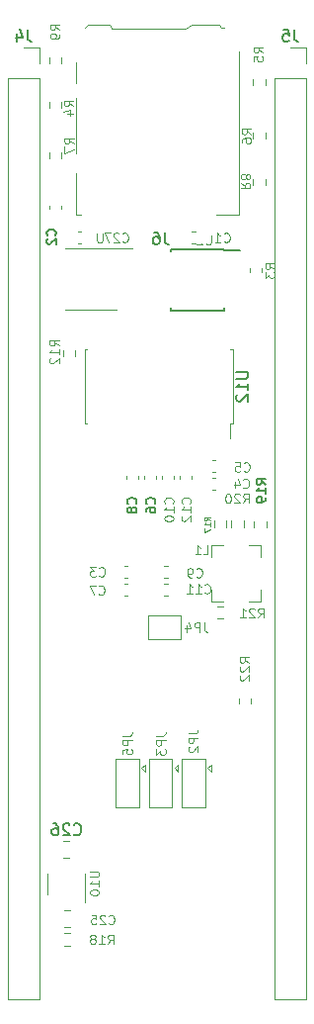
<source format=gbo>
G04 #@! TF.GenerationSoftware,KiCad,Pcbnew,(5.1.12)-1*
G04 #@! TF.CreationDate,2022-05-19T15:12:52-07:00*
G04 #@! TF.ProjectId,vera-module-rev4,76657261-2d6d-46f6-9475-6c652d726576,rev?*
G04 #@! TF.SameCoordinates,Original*
G04 #@! TF.FileFunction,Legend,Bot*
G04 #@! TF.FilePolarity,Positive*
%FSLAX46Y46*%
G04 Gerber Fmt 4.6, Leading zero omitted, Abs format (unit mm)*
G04 Created by KiCad (PCBNEW (5.1.12)-1) date 2022-05-19 15:12:52*
%MOMM*%
%LPD*%
G01*
G04 APERTURE LIST*
%ADD10C,0.120000*%
%ADD11C,0.150000*%
%ADD12C,0.100000*%
%ADD13O,1.802000X1.802000*%
G04 APERTURE END LIST*
D10*
X132920000Y-98525424D02*
X132920000Y-98015976D01*
X131875000Y-98525424D02*
X131875000Y-98015976D01*
X142920333Y-88813100D02*
X143212867Y-88813100D01*
X142920333Y-87793100D02*
X143212867Y-87793100D01*
X134259400Y-94504900D02*
X132059400Y-94504900D01*
X134259400Y-94504900D02*
X136459400Y-94504900D01*
X134259400Y-89284900D02*
X132059400Y-89284900D01*
X134259400Y-89284900D02*
X137859400Y-89284900D01*
X131726200Y-73455624D02*
X131726200Y-72946176D01*
X130681200Y-73455624D02*
X130681200Y-72946176D01*
X149226800Y-83833424D02*
X149226800Y-83323976D01*
X148181800Y-83833424D02*
X148181800Y-83323976D01*
X130681200Y-81076076D02*
X130681200Y-81585524D01*
X131726200Y-81076076D02*
X131726200Y-81585524D01*
X148181800Y-79374276D02*
X148181800Y-79883724D01*
X149226800Y-79374276D02*
X149226800Y-79883724D01*
X149226800Y-75311724D02*
X149226800Y-74802276D01*
X148181800Y-75311724D02*
X148181800Y-74802276D01*
X131726200Y-77265624D02*
X131726200Y-76756176D01*
X130681200Y-77265624D02*
X130681200Y-76756176D01*
X133166733Y-88800400D02*
X133459267Y-88800400D01*
X133166733Y-87780400D02*
X133459267Y-87780400D01*
X132434052Y-139981000D02*
X131911548Y-139981000D01*
X132434052Y-141451000D02*
X131911548Y-141451000D01*
X131713700Y-85896667D02*
X131713700Y-85604133D01*
X130693700Y-85896667D02*
X130693700Y-85604133D01*
X132510624Y-147877000D02*
X132001176Y-147877000D01*
X132510624Y-148922000D02*
X132001176Y-148922000D01*
X132502452Y-145873800D02*
X131979948Y-145873800D01*
X132502452Y-147343800D02*
X131979948Y-147343800D01*
X147372600Y-113092324D02*
X147372600Y-112582876D01*
X146327600Y-113092324D02*
X146327600Y-112582876D01*
X148258000Y-112599376D02*
X148258000Y-113108824D01*
X149303000Y-112599376D02*
X149303000Y-113108824D01*
X145861300Y-113092324D02*
X145861300Y-112582876D01*
X144816300Y-113092324D02*
X144816300Y-112582876D01*
X141895100Y-108691633D02*
X141895100Y-108984167D01*
X142915100Y-108691633D02*
X142915100Y-108984167D01*
X140371100Y-108692733D02*
X140371100Y-108985267D01*
X141391100Y-108692733D02*
X141391100Y-108985267D01*
X137323100Y-108691633D02*
X137323100Y-108984167D01*
X138343100Y-108691633D02*
X138343100Y-108984167D01*
X138847100Y-108693833D02*
X138847100Y-108986367D01*
X139867100Y-108693833D02*
X139867100Y-108986367D01*
X144658033Y-108421900D02*
X144950567Y-108421900D01*
X144658033Y-107401900D02*
X144950567Y-107401900D01*
X144660233Y-109920500D02*
X144952767Y-109920500D01*
X144660233Y-108900500D02*
X144952767Y-108900500D01*
X140568633Y-119013700D02*
X140861167Y-119013700D01*
X140568633Y-117993700D02*
X140861167Y-117993700D01*
X140569733Y-117489700D02*
X140862267Y-117489700D01*
X140569733Y-116469700D02*
X140862267Y-116469700D01*
X137114233Y-119001000D02*
X137406767Y-119001000D01*
X137114233Y-117981000D02*
X137406767Y-117981000D01*
X137114233Y-117477000D02*
X137406767Y-117477000D01*
X137114233Y-116457000D02*
X137406767Y-116457000D01*
X145060576Y-120943900D02*
X145570024Y-120943900D01*
X145060576Y-119898900D02*
X145570024Y-119898900D01*
X141999400Y-120691400D02*
X139199400Y-120691400D01*
X139199400Y-120691400D02*
X139199400Y-122691400D01*
X139199400Y-122691400D02*
X141999400Y-122691400D01*
X141999400Y-122691400D02*
X141999400Y-120691400D01*
X147982200Y-127740142D02*
X147982200Y-128214658D01*
X146937200Y-127740142D02*
X146937200Y-128214658D01*
X136388600Y-132963700D02*
X136388600Y-137063700D01*
X136388600Y-137063700D02*
X138388600Y-137063700D01*
X138388600Y-137063700D02*
X138388600Y-132963700D01*
X138388600Y-132963700D02*
X136388600Y-132963700D01*
X138588600Y-133713700D02*
X138888600Y-133413700D01*
X138888600Y-133413700D02*
X138888600Y-134013700D01*
X138588600Y-133713700D02*
X138888600Y-134013700D01*
X139233400Y-132963700D02*
X139233400Y-137063700D01*
X139233400Y-137063700D02*
X141233400Y-137063700D01*
X141233400Y-137063700D02*
X141233400Y-132963700D01*
X141233400Y-132963700D02*
X139233400Y-132963700D01*
X141433400Y-133713700D02*
X141733400Y-133413700D01*
X141733400Y-133413700D02*
X141733400Y-134013700D01*
X141433400Y-133713700D02*
X141733400Y-134013700D01*
X142078200Y-132968300D02*
X142078200Y-137068300D01*
X142078200Y-137068300D02*
X144078200Y-137068300D01*
X144078200Y-137068300D02*
X144078200Y-132968300D01*
X144078200Y-132968300D02*
X142078200Y-132968300D01*
X144278200Y-133718300D02*
X144578200Y-133418300D01*
X144578200Y-133418300D02*
X144578200Y-134018300D01*
X144278200Y-133718300D02*
X144578200Y-134018300D01*
X133721000Y-101066600D02*
X133721000Y-97906600D01*
X133721000Y-97906600D02*
X133921000Y-97906600D01*
X133721000Y-101066600D02*
X133721000Y-104226600D01*
X133721000Y-104226600D02*
X133921000Y-104226600D01*
X146441000Y-101066600D02*
X146441000Y-97906600D01*
X146441000Y-97906600D02*
X146241000Y-97906600D01*
X146441000Y-101066600D02*
X146441000Y-104226600D01*
X146441000Y-104226600D02*
X146241000Y-104226600D01*
X146241000Y-104226600D02*
X146241000Y-105516600D01*
X142933600Y-70151800D02*
X142423600Y-70501800D01*
X145443600Y-70351800D02*
X145703600Y-70351800D01*
X145243600Y-70151800D02*
X145443600Y-70351800D01*
X135843600Y-70151800D02*
X136053600Y-70351800D01*
X136053600Y-70501800D02*
X136053600Y-70351800D01*
X136053600Y-70501800D02*
X142423600Y-70501800D01*
X132953600Y-75111800D02*
X132953600Y-73311800D01*
X132953600Y-81111800D02*
X132953600Y-76411800D01*
X133983600Y-70151800D02*
X133783600Y-70351800D01*
X133983600Y-70151800D02*
X135843600Y-70151800D01*
X145243600Y-70151800D02*
X142933600Y-70151800D01*
X132953600Y-86421800D02*
X132953600Y-82811800D01*
X133403600Y-86421800D02*
X132953600Y-86421800D01*
X146923600Y-86421800D02*
X146923600Y-72411800D01*
X145003600Y-86421800D02*
X146923600Y-86421800D01*
X152697300Y-153488700D02*
X150037300Y-153488700D01*
X152697300Y-74688700D02*
X152697300Y-153488700D01*
X150037300Y-74688700D02*
X150037300Y-153488700D01*
X152697300Y-74688700D02*
X150037300Y-74688700D01*
X152697300Y-73418700D02*
X152697300Y-72088700D01*
X152697300Y-72088700D02*
X151367300Y-72088700D01*
X129837300Y-153488700D02*
X127177300Y-153488700D01*
X129837300Y-74688700D02*
X129837300Y-153488700D01*
X127177300Y-74688700D02*
X127177300Y-153488700D01*
X129837300Y-74688700D02*
X127177300Y-74688700D01*
X129837300Y-73418700D02*
X129837300Y-72088700D01*
X129837300Y-72088700D02*
X128507300Y-72088700D01*
X130558900Y-144567300D02*
X130558900Y-142767300D01*
X133778900Y-142767300D02*
X133778900Y-145217300D01*
D11*
X145733400Y-89310300D02*
X145733400Y-89435300D01*
X141083400Y-89310300D02*
X141083400Y-89535300D01*
X141083400Y-94560300D02*
X141083400Y-94335300D01*
X145733400Y-94560300D02*
X145733400Y-94335300D01*
X145733400Y-89310300D02*
X141083400Y-89310300D01*
X145733400Y-94560300D02*
X141083400Y-94560300D01*
X145733400Y-89435300D02*
X147083400Y-89435300D01*
D10*
X147889500Y-90985021D02*
X147889500Y-91310579D01*
X148909500Y-90985021D02*
X148909500Y-91310579D01*
X148795000Y-119454600D02*
X147770000Y-119454600D01*
X148795000Y-119454600D02*
X148795000Y-118429600D01*
X148795000Y-114684600D02*
X148795000Y-115709600D01*
X148795000Y-114684600D02*
X147770000Y-114684600D01*
X144575000Y-114684600D02*
X145600000Y-114684600D01*
X144575000Y-119454600D02*
X145600000Y-119454600D01*
X144575000Y-114684600D02*
X144575000Y-115709600D01*
X144575000Y-119454600D02*
X144575000Y-118429600D01*
D12*
X131514804Y-97593214D02*
X131133852Y-97326547D01*
X131514804Y-97136071D02*
X130714804Y-97136071D01*
X130714804Y-97440833D01*
X130752900Y-97517023D01*
X130790995Y-97555119D01*
X130867185Y-97593214D01*
X130981471Y-97593214D01*
X131057661Y-97555119D01*
X131095757Y-97517023D01*
X131133852Y-97440833D01*
X131133852Y-97136071D01*
X131514804Y-98355119D02*
X131514804Y-97897976D01*
X131514804Y-98126547D02*
X130714804Y-98126547D01*
X130829090Y-98050357D01*
X130905280Y-97974166D01*
X130943376Y-97897976D01*
X130790995Y-98659880D02*
X130752900Y-98697976D01*
X130714804Y-98774166D01*
X130714804Y-98964642D01*
X130752900Y-99040833D01*
X130790995Y-99078928D01*
X130867185Y-99117023D01*
X130943376Y-99117023D01*
X131057661Y-99078928D01*
X131514804Y-98621785D01*
X131514804Y-99117023D01*
X145675333Y-88665014D02*
X145713428Y-88703109D01*
X145827714Y-88741204D01*
X145903904Y-88741204D01*
X146018190Y-88703109D01*
X146094380Y-88626919D01*
X146132476Y-88550728D01*
X146170571Y-88398347D01*
X146170571Y-88284061D01*
X146132476Y-88131680D01*
X146094380Y-88055490D01*
X146018190Y-87979300D01*
X145903904Y-87941204D01*
X145827714Y-87941204D01*
X145713428Y-87979300D01*
X145675333Y-88017395D01*
X144913428Y-88741204D02*
X145370571Y-88741204D01*
X145142000Y-88741204D02*
X145142000Y-87941204D01*
X145218190Y-88055490D01*
X145294380Y-88131680D01*
X145370571Y-88169776D01*
X135268923Y-87956804D02*
X135268923Y-88604423D01*
X135230828Y-88680614D01*
X135192733Y-88718709D01*
X135116542Y-88756804D01*
X134964161Y-88756804D01*
X134887971Y-88718709D01*
X134849876Y-88680614D01*
X134811780Y-88604423D01*
X134811780Y-87956804D01*
X134087971Y-88223471D02*
X134087971Y-88756804D01*
X134278447Y-87918709D02*
X134468923Y-88490138D01*
X133973685Y-88490138D01*
X131591004Y-70554866D02*
X131210052Y-70288200D01*
X131591004Y-70097723D02*
X130791004Y-70097723D01*
X130791004Y-70402485D01*
X130829100Y-70478676D01*
X130867195Y-70516771D01*
X130943385Y-70554866D01*
X131057671Y-70554866D01*
X131133861Y-70516771D01*
X131171957Y-70478676D01*
X131210052Y-70402485D01*
X131210052Y-70097723D01*
X131591004Y-70935819D02*
X131591004Y-71088200D01*
X131552909Y-71164390D01*
X131514814Y-71202485D01*
X131400528Y-71278676D01*
X131248147Y-71316771D01*
X130943385Y-71316771D01*
X130867195Y-71278676D01*
X130829100Y-71240580D01*
X130791004Y-71164390D01*
X130791004Y-71012009D01*
X130829100Y-70935819D01*
X130867195Y-70897723D01*
X130943385Y-70859628D01*
X131133861Y-70859628D01*
X131210052Y-70897723D01*
X131248147Y-70935819D01*
X131286242Y-71012009D01*
X131286242Y-71164390D01*
X131248147Y-71240580D01*
X131210052Y-71278676D01*
X131133861Y-71316771D01*
X147123195Y-83661233D02*
X147504147Y-83927900D01*
X147123195Y-84118376D02*
X147923195Y-84118376D01*
X147923195Y-83813614D01*
X147885100Y-83737423D01*
X147847004Y-83699328D01*
X147770814Y-83661233D01*
X147656528Y-83661233D01*
X147580338Y-83699328D01*
X147542242Y-83737423D01*
X147504147Y-83813614D01*
X147504147Y-84118376D01*
X147580338Y-83204090D02*
X147618433Y-83280280D01*
X147656528Y-83318376D01*
X147732719Y-83356471D01*
X147770814Y-83356471D01*
X147847004Y-83318376D01*
X147885100Y-83280280D01*
X147923195Y-83204090D01*
X147923195Y-83051709D01*
X147885100Y-82975519D01*
X147847004Y-82937423D01*
X147770814Y-82899328D01*
X147732719Y-82899328D01*
X147656528Y-82937423D01*
X147618433Y-82975519D01*
X147580338Y-83051709D01*
X147580338Y-83204090D01*
X147542242Y-83280280D01*
X147504147Y-83318376D01*
X147427957Y-83356471D01*
X147275576Y-83356471D01*
X147199385Y-83318376D01*
X147161290Y-83280280D01*
X147123195Y-83204090D01*
X147123195Y-83051709D01*
X147161290Y-82975519D01*
X147199385Y-82937423D01*
X147275576Y-82899328D01*
X147427957Y-82899328D01*
X147504147Y-82937423D01*
X147542242Y-82975519D01*
X147580338Y-83051709D01*
X132810204Y-80295766D02*
X132429252Y-80029100D01*
X132810204Y-79838623D02*
X132010204Y-79838623D01*
X132010204Y-80143385D01*
X132048300Y-80219576D01*
X132086395Y-80257671D01*
X132162585Y-80295766D01*
X132276871Y-80295766D01*
X132353061Y-80257671D01*
X132391157Y-80219576D01*
X132429252Y-80143385D01*
X132429252Y-79838623D01*
X132010204Y-80562433D02*
X132010204Y-81095766D01*
X132810204Y-80752909D01*
X148012104Y-79482966D02*
X147631152Y-79216300D01*
X148012104Y-79025823D02*
X147212104Y-79025823D01*
X147212104Y-79330585D01*
X147250200Y-79406776D01*
X147288295Y-79444871D01*
X147364485Y-79482966D01*
X147478771Y-79482966D01*
X147554961Y-79444871D01*
X147593057Y-79406776D01*
X147631152Y-79330585D01*
X147631152Y-79025823D01*
X147212104Y-80168680D02*
X147212104Y-80016300D01*
X147250200Y-79940109D01*
X147288295Y-79902014D01*
X147402580Y-79825823D01*
X147554961Y-79787728D01*
X147859723Y-79787728D01*
X147935914Y-79825823D01*
X147974009Y-79863919D01*
X148012104Y-79940109D01*
X148012104Y-80092490D01*
X147974009Y-80168680D01*
X147935914Y-80206776D01*
X147859723Y-80244871D01*
X147669247Y-80244871D01*
X147593057Y-80206776D01*
X147554961Y-80168680D01*
X147516866Y-80092490D01*
X147516866Y-79940109D01*
X147554961Y-79863919D01*
X147593057Y-79825823D01*
X147669247Y-79787728D01*
X149015404Y-72510666D02*
X148634452Y-72244000D01*
X149015404Y-72053523D02*
X148215404Y-72053523D01*
X148215404Y-72358285D01*
X148253500Y-72434476D01*
X148291595Y-72472571D01*
X148367785Y-72510666D01*
X148482071Y-72510666D01*
X148558261Y-72472571D01*
X148596357Y-72434476D01*
X148634452Y-72358285D01*
X148634452Y-72053523D01*
X148215404Y-73234476D02*
X148215404Y-72853523D01*
X148596357Y-72815428D01*
X148558261Y-72853523D01*
X148520166Y-72929714D01*
X148520166Y-73120190D01*
X148558261Y-73196380D01*
X148596357Y-73234476D01*
X148672547Y-73272571D01*
X148863023Y-73272571D01*
X148939214Y-73234476D01*
X148977309Y-73196380D01*
X149015404Y-73120190D01*
X149015404Y-72929714D01*
X148977309Y-72853523D01*
X148939214Y-72815428D01*
X132759404Y-77095366D02*
X132378452Y-76828700D01*
X132759404Y-76638223D02*
X131959404Y-76638223D01*
X131959404Y-76942985D01*
X131997500Y-77019176D01*
X132035595Y-77057271D01*
X132111785Y-77095366D01*
X132226071Y-77095366D01*
X132302261Y-77057271D01*
X132340357Y-77019176D01*
X132378452Y-76942985D01*
X132378452Y-76638223D01*
X132226071Y-77781080D02*
X132759404Y-77781080D01*
X131921309Y-77590604D02*
X132492738Y-77400128D01*
X132492738Y-77895366D01*
X136975785Y-88665014D02*
X137013880Y-88703109D01*
X137128166Y-88741204D01*
X137204357Y-88741204D01*
X137318642Y-88703109D01*
X137394833Y-88626919D01*
X137432928Y-88550728D01*
X137471023Y-88398347D01*
X137471023Y-88284061D01*
X137432928Y-88131680D01*
X137394833Y-88055490D01*
X137318642Y-87979300D01*
X137204357Y-87941204D01*
X137128166Y-87941204D01*
X137013880Y-87979300D01*
X136975785Y-88017395D01*
X136671023Y-88017395D02*
X136632928Y-87979300D01*
X136556738Y-87941204D01*
X136366261Y-87941204D01*
X136290071Y-87979300D01*
X136251976Y-88017395D01*
X136213880Y-88093585D01*
X136213880Y-88169776D01*
X136251976Y-88284061D01*
X136709119Y-88741204D01*
X136213880Y-88741204D01*
X135947214Y-87941204D02*
X135413880Y-87941204D01*
X135756738Y-88741204D01*
D11*
X132815657Y-139393142D02*
X132863276Y-139440761D01*
X133006133Y-139488380D01*
X133101371Y-139488380D01*
X133244228Y-139440761D01*
X133339466Y-139345523D01*
X133387085Y-139250285D01*
X133434704Y-139059809D01*
X133434704Y-138916952D01*
X133387085Y-138726476D01*
X133339466Y-138631238D01*
X133244228Y-138536000D01*
X133101371Y-138488380D01*
X133006133Y-138488380D01*
X132863276Y-138536000D01*
X132815657Y-138583619D01*
X132434704Y-138583619D02*
X132387085Y-138536000D01*
X132291847Y-138488380D01*
X132053752Y-138488380D01*
X131958514Y-138536000D01*
X131910895Y-138583619D01*
X131863276Y-138678857D01*
X131863276Y-138774095D01*
X131910895Y-138916952D01*
X132482323Y-139488380D01*
X131863276Y-139488380D01*
X131006133Y-138488380D02*
X131196609Y-138488380D01*
X131291847Y-138536000D01*
X131339466Y-138583619D01*
X131434704Y-138726476D01*
X131482323Y-138916952D01*
X131482323Y-139297904D01*
X131434704Y-139393142D01*
X131387085Y-139440761D01*
X131291847Y-139488380D01*
X131101371Y-139488380D01*
X131006133Y-139440761D01*
X130958514Y-139393142D01*
X130910895Y-139297904D01*
X130910895Y-139059809D01*
X130958514Y-138964571D01*
X131006133Y-138916952D01*
X131101371Y-138869333D01*
X131291847Y-138869333D01*
X131387085Y-138916952D01*
X131434704Y-138964571D01*
X131482323Y-139059809D01*
X131197314Y-88144366D02*
X131235409Y-88106271D01*
X131273504Y-87991985D01*
X131273504Y-87915795D01*
X131235409Y-87801509D01*
X131159219Y-87725319D01*
X131083028Y-87687223D01*
X130930647Y-87649128D01*
X130816361Y-87649128D01*
X130663980Y-87687223D01*
X130587790Y-87725319D01*
X130511600Y-87801509D01*
X130473504Y-87915795D01*
X130473504Y-87991985D01*
X130511600Y-88106271D01*
X130549695Y-88144366D01*
X130549695Y-88449128D02*
X130511600Y-88487223D01*
X130473504Y-88563414D01*
X130473504Y-88753890D01*
X130511600Y-88830080D01*
X130549695Y-88868176D01*
X130625885Y-88906271D01*
X130702076Y-88906271D01*
X130816361Y-88868176D01*
X131273504Y-88411033D01*
X131273504Y-88906271D01*
D12*
X135731185Y-148786804D02*
X135997852Y-148405852D01*
X136188328Y-148786804D02*
X136188328Y-147986804D01*
X135883566Y-147986804D01*
X135807376Y-148024900D01*
X135769280Y-148062995D01*
X135731185Y-148139185D01*
X135731185Y-148253471D01*
X135769280Y-148329661D01*
X135807376Y-148367757D01*
X135883566Y-148405852D01*
X136188328Y-148405852D01*
X134969280Y-148786804D02*
X135426423Y-148786804D01*
X135197852Y-148786804D02*
X135197852Y-147986804D01*
X135274042Y-148101090D01*
X135350233Y-148177280D01*
X135426423Y-148215376D01*
X134512138Y-148329661D02*
X134588328Y-148291566D01*
X134626423Y-148253471D01*
X134664519Y-148177280D01*
X134664519Y-148139185D01*
X134626423Y-148062995D01*
X134588328Y-148024900D01*
X134512138Y-147986804D01*
X134359757Y-147986804D01*
X134283566Y-148024900D01*
X134245471Y-148062995D01*
X134207376Y-148139185D01*
X134207376Y-148177280D01*
X134245471Y-148253471D01*
X134283566Y-148291566D01*
X134359757Y-148329661D01*
X134512138Y-148329661D01*
X134588328Y-148367757D01*
X134626423Y-148405852D01*
X134664519Y-148482042D01*
X134664519Y-148634423D01*
X134626423Y-148710614D01*
X134588328Y-148748709D01*
X134512138Y-148786804D01*
X134359757Y-148786804D01*
X134283566Y-148748709D01*
X134245471Y-148710614D01*
X134207376Y-148634423D01*
X134207376Y-148482042D01*
X134245471Y-148405852D01*
X134283566Y-148367757D01*
X134359757Y-148329661D01*
X135794685Y-147021514D02*
X135832780Y-147059609D01*
X135947066Y-147097704D01*
X136023257Y-147097704D01*
X136137542Y-147059609D01*
X136213733Y-146983419D01*
X136251828Y-146907228D01*
X136289923Y-146754847D01*
X136289923Y-146640561D01*
X136251828Y-146488180D01*
X136213733Y-146411990D01*
X136137542Y-146335800D01*
X136023257Y-146297704D01*
X135947066Y-146297704D01*
X135832780Y-146335800D01*
X135794685Y-146373895D01*
X135489923Y-146373895D02*
X135451828Y-146335800D01*
X135375638Y-146297704D01*
X135185161Y-146297704D01*
X135108971Y-146335800D01*
X135070876Y-146373895D01*
X135032780Y-146450085D01*
X135032780Y-146526276D01*
X135070876Y-146640561D01*
X135528019Y-147097704D01*
X135032780Y-147097704D01*
X134308971Y-146297704D02*
X134689923Y-146297704D01*
X134728019Y-146678657D01*
X134689923Y-146640561D01*
X134613733Y-146602466D01*
X134423257Y-146602466D01*
X134347066Y-146640561D01*
X134308971Y-146678657D01*
X134270876Y-146754847D01*
X134270876Y-146945323D01*
X134308971Y-147021514D01*
X134347066Y-147059609D01*
X134423257Y-147097704D01*
X134613733Y-147097704D01*
X134689923Y-147059609D01*
X134728019Y-147021514D01*
X147326285Y-111055104D02*
X147592952Y-110674152D01*
X147783428Y-111055104D02*
X147783428Y-110255104D01*
X147478666Y-110255104D01*
X147402476Y-110293200D01*
X147364380Y-110331295D01*
X147326285Y-110407485D01*
X147326285Y-110521771D01*
X147364380Y-110597961D01*
X147402476Y-110636057D01*
X147478666Y-110674152D01*
X147783428Y-110674152D01*
X147021523Y-110331295D02*
X146983428Y-110293200D01*
X146907238Y-110255104D01*
X146716761Y-110255104D01*
X146640571Y-110293200D01*
X146602476Y-110331295D01*
X146564380Y-110407485D01*
X146564380Y-110483676D01*
X146602476Y-110597961D01*
X147059619Y-111055104D01*
X146564380Y-111055104D01*
X146069142Y-110255104D02*
X145992952Y-110255104D01*
X145916761Y-110293200D01*
X145878666Y-110331295D01*
X145840571Y-110407485D01*
X145802476Y-110559866D01*
X145802476Y-110750342D01*
X145840571Y-110902723D01*
X145878666Y-110978914D01*
X145916761Y-111017009D01*
X145992952Y-111055104D01*
X146069142Y-111055104D01*
X146145333Y-111017009D01*
X146183428Y-110978914D01*
X146221523Y-110902723D01*
X146259619Y-110750342D01*
X146259619Y-110559866D01*
X146221523Y-110407485D01*
X146183428Y-110331295D01*
X146145333Y-110293200D01*
X146069142Y-110255104D01*
D11*
X149256704Y-109455014D02*
X148875752Y-109188347D01*
X149256704Y-108997871D02*
X148456704Y-108997871D01*
X148456704Y-109302633D01*
X148494800Y-109378823D01*
X148532895Y-109416919D01*
X148609085Y-109455014D01*
X148723371Y-109455014D01*
X148799561Y-109416919D01*
X148837657Y-109378823D01*
X148875752Y-109302633D01*
X148875752Y-108997871D01*
X149256704Y-110216919D02*
X149256704Y-109759776D01*
X149256704Y-109988347D02*
X148456704Y-109988347D01*
X148570990Y-109912157D01*
X148647180Y-109835966D01*
X148685276Y-109759776D01*
X149256704Y-110597871D02*
X149256704Y-110750252D01*
X149218609Y-110826442D01*
X149180514Y-110864538D01*
X149066228Y-110940728D01*
X148913847Y-110978823D01*
X148609085Y-110978823D01*
X148532895Y-110940728D01*
X148494800Y-110902633D01*
X148456704Y-110826442D01*
X148456704Y-110674061D01*
X148494800Y-110597871D01*
X148532895Y-110559776D01*
X148609085Y-110521680D01*
X148799561Y-110521680D01*
X148875752Y-110559776D01*
X148913847Y-110597871D01*
X148951942Y-110674061D01*
X148951942Y-110826442D01*
X148913847Y-110902633D01*
X148875752Y-110940728D01*
X148799561Y-110978823D01*
D12*
X144472790Y-112543471D02*
X144234695Y-112376804D01*
X144472790Y-112257757D02*
X143972790Y-112257757D01*
X143972790Y-112448233D01*
X143996600Y-112495852D01*
X144020409Y-112519661D01*
X144068028Y-112543471D01*
X144139457Y-112543471D01*
X144187076Y-112519661D01*
X144210885Y-112495852D01*
X144234695Y-112448233D01*
X144234695Y-112257757D01*
X144472790Y-113019661D02*
X144472790Y-112733947D01*
X144472790Y-112876804D02*
X143972790Y-112876804D01*
X144044219Y-112829185D01*
X144091838Y-112781566D01*
X144115647Y-112733947D01*
X143972790Y-113186328D02*
X143972790Y-113519661D01*
X144472790Y-113305376D01*
X142754314Y-111093314D02*
X142792409Y-111055219D01*
X142830504Y-110940933D01*
X142830504Y-110864742D01*
X142792409Y-110750457D01*
X142716219Y-110674266D01*
X142640028Y-110636171D01*
X142487647Y-110598076D01*
X142373361Y-110598076D01*
X142220980Y-110636171D01*
X142144790Y-110674266D01*
X142068600Y-110750457D01*
X142030504Y-110864742D01*
X142030504Y-110940933D01*
X142068600Y-111055219D01*
X142106695Y-111093314D01*
X142830504Y-111855219D02*
X142830504Y-111398076D01*
X142830504Y-111626647D02*
X142030504Y-111626647D01*
X142144790Y-111550457D01*
X142220980Y-111474266D01*
X142259076Y-111398076D01*
X142106695Y-112159980D02*
X142068600Y-112198076D01*
X142030504Y-112274266D01*
X142030504Y-112464742D01*
X142068600Y-112540933D01*
X142106695Y-112579028D01*
X142182885Y-112617123D01*
X142259076Y-112617123D01*
X142373361Y-112579028D01*
X142830504Y-112121885D01*
X142830504Y-112617123D01*
X141268414Y-111080614D02*
X141306509Y-111042519D01*
X141344604Y-110928233D01*
X141344604Y-110852042D01*
X141306509Y-110737757D01*
X141230319Y-110661566D01*
X141154128Y-110623471D01*
X141001747Y-110585376D01*
X140887461Y-110585376D01*
X140735080Y-110623471D01*
X140658890Y-110661566D01*
X140582700Y-110737757D01*
X140544604Y-110852042D01*
X140544604Y-110928233D01*
X140582700Y-111042519D01*
X140620795Y-111080614D01*
X141344604Y-111842519D02*
X141344604Y-111385376D01*
X141344604Y-111613947D02*
X140544604Y-111613947D01*
X140658890Y-111537757D01*
X140735080Y-111461566D01*
X140773176Y-111385376D01*
X140544604Y-112337757D02*
X140544604Y-112413947D01*
X140582700Y-112490138D01*
X140620795Y-112528233D01*
X140696985Y-112566328D01*
X140849366Y-112604423D01*
X141039842Y-112604423D01*
X141192223Y-112566328D01*
X141268414Y-112528233D01*
X141306509Y-112490138D01*
X141344604Y-112413947D01*
X141344604Y-112337757D01*
X141306509Y-112261566D01*
X141268414Y-112223471D01*
X141192223Y-112185376D01*
X141039842Y-112147280D01*
X140849366Y-112147280D01*
X140696985Y-112185376D01*
X140620795Y-112223471D01*
X140582700Y-112261566D01*
X140544604Y-112337757D01*
D11*
X138118814Y-111105966D02*
X138156909Y-111067871D01*
X138195004Y-110953585D01*
X138195004Y-110877395D01*
X138156909Y-110763109D01*
X138080719Y-110686919D01*
X138004528Y-110648823D01*
X137852147Y-110610728D01*
X137737861Y-110610728D01*
X137585480Y-110648823D01*
X137509290Y-110686919D01*
X137433100Y-110763109D01*
X137395004Y-110877395D01*
X137395004Y-110953585D01*
X137433100Y-111067871D01*
X137471195Y-111105966D01*
X137737861Y-111563109D02*
X137699766Y-111486919D01*
X137661671Y-111448823D01*
X137585480Y-111410728D01*
X137547385Y-111410728D01*
X137471195Y-111448823D01*
X137433100Y-111486919D01*
X137395004Y-111563109D01*
X137395004Y-111715490D01*
X137433100Y-111791680D01*
X137471195Y-111829776D01*
X137547385Y-111867871D01*
X137585480Y-111867871D01*
X137661671Y-111829776D01*
X137699766Y-111791680D01*
X137737861Y-111715490D01*
X137737861Y-111563109D01*
X137775957Y-111486919D01*
X137814052Y-111448823D01*
X137890242Y-111410728D01*
X138042623Y-111410728D01*
X138118814Y-111448823D01*
X138156909Y-111486919D01*
X138195004Y-111563109D01*
X138195004Y-111715490D01*
X138156909Y-111791680D01*
X138118814Y-111829776D01*
X138042623Y-111867871D01*
X137890242Y-111867871D01*
X137814052Y-111829776D01*
X137775957Y-111791680D01*
X137737861Y-111715490D01*
X139731714Y-111105966D02*
X139769809Y-111067871D01*
X139807904Y-110953585D01*
X139807904Y-110877395D01*
X139769809Y-110763109D01*
X139693619Y-110686919D01*
X139617428Y-110648823D01*
X139465047Y-110610728D01*
X139350761Y-110610728D01*
X139198380Y-110648823D01*
X139122190Y-110686919D01*
X139046000Y-110763109D01*
X139007904Y-110877395D01*
X139007904Y-110953585D01*
X139046000Y-111067871D01*
X139084095Y-111105966D01*
X139007904Y-111791680D02*
X139007904Y-111639300D01*
X139046000Y-111563109D01*
X139084095Y-111525014D01*
X139198380Y-111448823D01*
X139350761Y-111410728D01*
X139655523Y-111410728D01*
X139731714Y-111448823D01*
X139769809Y-111486919D01*
X139807904Y-111563109D01*
X139807904Y-111715490D01*
X139769809Y-111791680D01*
X139731714Y-111829776D01*
X139655523Y-111867871D01*
X139465047Y-111867871D01*
X139388857Y-111829776D01*
X139350761Y-111791680D01*
X139312666Y-111715490D01*
X139312666Y-111563109D01*
X139350761Y-111486919D01*
X139388857Y-111448823D01*
X139465047Y-111410728D01*
D12*
X147389833Y-108286514D02*
X147427928Y-108324609D01*
X147542214Y-108362704D01*
X147618404Y-108362704D01*
X147732690Y-108324609D01*
X147808880Y-108248419D01*
X147846976Y-108172228D01*
X147885071Y-108019847D01*
X147885071Y-107905561D01*
X147846976Y-107753180D01*
X147808880Y-107676990D01*
X147732690Y-107600800D01*
X147618404Y-107562704D01*
X147542214Y-107562704D01*
X147427928Y-107600800D01*
X147389833Y-107638895D01*
X146666023Y-107562704D02*
X147046976Y-107562704D01*
X147085071Y-107943657D01*
X147046976Y-107905561D01*
X146970785Y-107867466D01*
X146780309Y-107867466D01*
X146704119Y-107905561D01*
X146666023Y-107943657D01*
X146627928Y-108019847D01*
X146627928Y-108210323D01*
X146666023Y-108286514D01*
X146704119Y-108324609D01*
X146780309Y-108362704D01*
X146970785Y-108362704D01*
X147046976Y-108324609D01*
X147085071Y-108286514D01*
X147339033Y-109708914D02*
X147377128Y-109747009D01*
X147491414Y-109785104D01*
X147567604Y-109785104D01*
X147681890Y-109747009D01*
X147758080Y-109670819D01*
X147796176Y-109594628D01*
X147834271Y-109442247D01*
X147834271Y-109327961D01*
X147796176Y-109175580D01*
X147758080Y-109099390D01*
X147681890Y-109023200D01*
X147567604Y-108985104D01*
X147491414Y-108985104D01*
X147377128Y-109023200D01*
X147339033Y-109061295D01*
X146653319Y-109251771D02*
X146653319Y-109785104D01*
X146843795Y-108947009D02*
X147034271Y-109518438D01*
X146539033Y-109518438D01*
X144011585Y-118725914D02*
X144049680Y-118764009D01*
X144163966Y-118802104D01*
X144240157Y-118802104D01*
X144354442Y-118764009D01*
X144430633Y-118687819D01*
X144468728Y-118611628D01*
X144506823Y-118459247D01*
X144506823Y-118344961D01*
X144468728Y-118192580D01*
X144430633Y-118116390D01*
X144354442Y-118040200D01*
X144240157Y-118002104D01*
X144163966Y-118002104D01*
X144049680Y-118040200D01*
X144011585Y-118078295D01*
X143249680Y-118802104D02*
X143706823Y-118802104D01*
X143478252Y-118802104D02*
X143478252Y-118002104D01*
X143554442Y-118116390D01*
X143630633Y-118192580D01*
X143706823Y-118230676D01*
X142487776Y-118802104D02*
X142944919Y-118802104D01*
X142716347Y-118802104D02*
X142716347Y-118002104D01*
X142792538Y-118116390D01*
X142868728Y-118192580D01*
X142944919Y-118230676D01*
X143300433Y-117341614D02*
X143338528Y-117379709D01*
X143452814Y-117417804D01*
X143529004Y-117417804D01*
X143643290Y-117379709D01*
X143719480Y-117303519D01*
X143757576Y-117227328D01*
X143795671Y-117074947D01*
X143795671Y-116960661D01*
X143757576Y-116808280D01*
X143719480Y-116732090D01*
X143643290Y-116655900D01*
X143529004Y-116617804D01*
X143452814Y-116617804D01*
X143338528Y-116655900D01*
X143300433Y-116693995D01*
X142919480Y-117417804D02*
X142767100Y-117417804D01*
X142690909Y-117379709D01*
X142652814Y-117341614D01*
X142576623Y-117227328D01*
X142538528Y-117074947D01*
X142538528Y-116770185D01*
X142576623Y-116693995D01*
X142614719Y-116655900D01*
X142690909Y-116617804D01*
X142843290Y-116617804D01*
X142919480Y-116655900D01*
X142957576Y-116693995D01*
X142995671Y-116770185D01*
X142995671Y-116960661D01*
X142957576Y-117036852D01*
X142919480Y-117074947D01*
X142843290Y-117113042D01*
X142690909Y-117113042D01*
X142614719Y-117074947D01*
X142576623Y-117036852D01*
X142538528Y-116960661D01*
X134943833Y-118814814D02*
X134981928Y-118852909D01*
X135096214Y-118891004D01*
X135172404Y-118891004D01*
X135286690Y-118852909D01*
X135362880Y-118776719D01*
X135400976Y-118700528D01*
X135439071Y-118548147D01*
X135439071Y-118433861D01*
X135400976Y-118281480D01*
X135362880Y-118205290D01*
X135286690Y-118129100D01*
X135172404Y-118091004D01*
X135096214Y-118091004D01*
X134981928Y-118129100D01*
X134943833Y-118167195D01*
X134677166Y-118091004D02*
X134143833Y-118091004D01*
X134486690Y-118891004D01*
X134981933Y-117252714D02*
X135020028Y-117290809D01*
X135134314Y-117328904D01*
X135210504Y-117328904D01*
X135324790Y-117290809D01*
X135400980Y-117214619D01*
X135439076Y-117138428D01*
X135477171Y-116986047D01*
X135477171Y-116871761D01*
X135439076Y-116719380D01*
X135400980Y-116643190D01*
X135324790Y-116567000D01*
X135210504Y-116528904D01*
X135134314Y-116528904D01*
X135020028Y-116567000D01*
X134981933Y-116605095D01*
X134715266Y-116528904D02*
X134220028Y-116528904D01*
X134486695Y-116833666D01*
X134372409Y-116833666D01*
X134296219Y-116871761D01*
X134258123Y-116909857D01*
X134220028Y-116986047D01*
X134220028Y-117176523D01*
X134258123Y-117252714D01*
X134296219Y-117290809D01*
X134372409Y-117328904D01*
X134600980Y-117328904D01*
X134677171Y-117290809D01*
X134715266Y-117252714D01*
X148608985Y-120846804D02*
X148875652Y-120465852D01*
X149066128Y-120846804D02*
X149066128Y-120046804D01*
X148761366Y-120046804D01*
X148685176Y-120084900D01*
X148647080Y-120122995D01*
X148608985Y-120199185D01*
X148608985Y-120313471D01*
X148647080Y-120389661D01*
X148685176Y-120427757D01*
X148761366Y-120465852D01*
X149066128Y-120465852D01*
X148304223Y-120122995D02*
X148266128Y-120084900D01*
X148189938Y-120046804D01*
X147999461Y-120046804D01*
X147923271Y-120084900D01*
X147885176Y-120122995D01*
X147847080Y-120199185D01*
X147847080Y-120275376D01*
X147885176Y-120389661D01*
X148342319Y-120846804D01*
X147847080Y-120846804D01*
X147085176Y-120846804D02*
X147542319Y-120846804D01*
X147313747Y-120846804D02*
X147313747Y-120046804D01*
X147389938Y-120161090D01*
X147466128Y-120237280D01*
X147542319Y-120275376D01*
X143986166Y-121278704D02*
X143986166Y-121850133D01*
X144024261Y-121964419D01*
X144100452Y-122040609D01*
X144214738Y-122078704D01*
X144290928Y-122078704D01*
X143605214Y-122078704D02*
X143605214Y-121278704D01*
X143300452Y-121278704D01*
X143224261Y-121316800D01*
X143186166Y-121354895D01*
X143148071Y-121431085D01*
X143148071Y-121545371D01*
X143186166Y-121621561D01*
X143224261Y-121659657D01*
X143300452Y-121697752D01*
X143605214Y-121697752D01*
X142462357Y-121545371D02*
X142462357Y-122078704D01*
X142652833Y-121240609D02*
X142843309Y-121812038D01*
X142348071Y-121812038D01*
X147821604Y-124706714D02*
X147440652Y-124440047D01*
X147821604Y-124249571D02*
X147021604Y-124249571D01*
X147021604Y-124554333D01*
X147059700Y-124630523D01*
X147097795Y-124668619D01*
X147173985Y-124706714D01*
X147288271Y-124706714D01*
X147364461Y-124668619D01*
X147402557Y-124630523D01*
X147440652Y-124554333D01*
X147440652Y-124249571D01*
X147097795Y-125011476D02*
X147059700Y-125049571D01*
X147021604Y-125125761D01*
X147021604Y-125316238D01*
X147059700Y-125392428D01*
X147097795Y-125430523D01*
X147173985Y-125468619D01*
X147250176Y-125468619D01*
X147364461Y-125430523D01*
X147821604Y-124973380D01*
X147821604Y-125468619D01*
X147097795Y-125773380D02*
X147059700Y-125811476D01*
X147021604Y-125887666D01*
X147021604Y-126078142D01*
X147059700Y-126154333D01*
X147097795Y-126192428D01*
X147173985Y-126230523D01*
X147250176Y-126230523D01*
X147364461Y-126192428D01*
X147821604Y-125735285D01*
X147821604Y-126230523D01*
X137014004Y-130964233D02*
X137585433Y-130964233D01*
X137699719Y-130926138D01*
X137775909Y-130849947D01*
X137814004Y-130735661D01*
X137814004Y-130659471D01*
X137814004Y-131345185D02*
X137014004Y-131345185D01*
X137014004Y-131649947D01*
X137052100Y-131726138D01*
X137090195Y-131764233D01*
X137166385Y-131802328D01*
X137280671Y-131802328D01*
X137356861Y-131764233D01*
X137394957Y-131726138D01*
X137433052Y-131649947D01*
X137433052Y-131345185D01*
X137014004Y-132526138D02*
X137014004Y-132145185D01*
X137394957Y-132107090D01*
X137356861Y-132145185D01*
X137318766Y-132221376D01*
X137318766Y-132411852D01*
X137356861Y-132488042D01*
X137394957Y-132526138D01*
X137471147Y-132564233D01*
X137661623Y-132564233D01*
X137737814Y-132526138D01*
X137775909Y-132488042D01*
X137814004Y-132411852D01*
X137814004Y-132221376D01*
X137775909Y-132145185D01*
X137737814Y-132107090D01*
X139858804Y-130968833D02*
X140430233Y-130968833D01*
X140544519Y-130930738D01*
X140620709Y-130854547D01*
X140658804Y-130740261D01*
X140658804Y-130664071D01*
X140658804Y-131349785D02*
X139858804Y-131349785D01*
X139858804Y-131654547D01*
X139896900Y-131730738D01*
X139934995Y-131768833D01*
X140011185Y-131806928D01*
X140125471Y-131806928D01*
X140201661Y-131768833D01*
X140239757Y-131730738D01*
X140277852Y-131654547D01*
X140277852Y-131349785D01*
X139858804Y-132073595D02*
X139858804Y-132568833D01*
X140163566Y-132302166D01*
X140163566Y-132416452D01*
X140201661Y-132492642D01*
X140239757Y-132530738D01*
X140315947Y-132568833D01*
X140506423Y-132568833D01*
X140582614Y-132530738D01*
X140620709Y-132492642D01*
X140658804Y-132416452D01*
X140658804Y-132187880D01*
X140620709Y-132111690D01*
X140582614Y-132073595D01*
X142627404Y-130778333D02*
X143198833Y-130778333D01*
X143313119Y-130740238D01*
X143389309Y-130664047D01*
X143427404Y-130549761D01*
X143427404Y-130473571D01*
X143427404Y-131159285D02*
X142627404Y-131159285D01*
X142627404Y-131464047D01*
X142665500Y-131540238D01*
X142703595Y-131578333D01*
X142779785Y-131616428D01*
X142894071Y-131616428D01*
X142970261Y-131578333D01*
X143008357Y-131540238D01*
X143046452Y-131464047D01*
X143046452Y-131159285D01*
X142703595Y-131921190D02*
X142665500Y-131959285D01*
X142627404Y-132035476D01*
X142627404Y-132225952D01*
X142665500Y-132302142D01*
X142703595Y-132340238D01*
X142779785Y-132378333D01*
X142855976Y-132378333D01*
X142970261Y-132340238D01*
X143427404Y-131883095D01*
X143427404Y-132378333D01*
D11*
X146733380Y-99828504D02*
X147542904Y-99828504D01*
X147638142Y-99876123D01*
X147685761Y-99923742D01*
X147733380Y-100018980D01*
X147733380Y-100209457D01*
X147685761Y-100304695D01*
X147638142Y-100352314D01*
X147542904Y-100399933D01*
X146733380Y-100399933D01*
X147733380Y-101399933D02*
X147733380Y-100828504D01*
X147733380Y-101114219D02*
X146733380Y-101114219D01*
X146876238Y-101018980D01*
X146971476Y-100923742D01*
X147019095Y-100828504D01*
X146828619Y-101780885D02*
X146781000Y-101828504D01*
X146733380Y-101923742D01*
X146733380Y-102161838D01*
X146781000Y-102257076D01*
X146828619Y-102304695D01*
X146923857Y-102352314D01*
X147019095Y-102352314D01*
X147161952Y-102304695D01*
X147733380Y-101733266D01*
X147733380Y-102352314D01*
X140579433Y-87895180D02*
X140579433Y-88609466D01*
X140627052Y-88752323D01*
X140722290Y-88847561D01*
X140865147Y-88895180D01*
X140960385Y-88895180D01*
X139674671Y-87895180D02*
X139865147Y-87895180D01*
X139960385Y-87942800D01*
X140008004Y-87990419D01*
X140103242Y-88133276D01*
X140150861Y-88323752D01*
X140150861Y-88704704D01*
X140103242Y-88799942D01*
X140055623Y-88847561D01*
X139960385Y-88895180D01*
X139769909Y-88895180D01*
X139674671Y-88847561D01*
X139627052Y-88799942D01*
X139579433Y-88704704D01*
X139579433Y-88466609D01*
X139627052Y-88371371D01*
X139674671Y-88323752D01*
X139769909Y-88276133D01*
X139960385Y-88276133D01*
X140055623Y-88323752D01*
X140103242Y-88371371D01*
X140150861Y-88466609D01*
X151700633Y-70541080D02*
X151700633Y-71255366D01*
X151748252Y-71398223D01*
X151843490Y-71493461D01*
X151986347Y-71541080D01*
X152081585Y-71541080D01*
X150748252Y-70541080D02*
X151224442Y-70541080D01*
X151272061Y-71017271D01*
X151224442Y-70969652D01*
X151129204Y-70922033D01*
X150891109Y-70922033D01*
X150795871Y-70969652D01*
X150748252Y-71017271D01*
X150700633Y-71112509D01*
X150700633Y-71350604D01*
X150748252Y-71445842D01*
X150795871Y-71493461D01*
X150891109Y-71541080D01*
X151129204Y-71541080D01*
X151224442Y-71493461D01*
X151272061Y-71445842D01*
X128840633Y-70541080D02*
X128840633Y-71255366D01*
X128888252Y-71398223D01*
X128983490Y-71493461D01*
X129126347Y-71541080D01*
X129221585Y-71541080D01*
X127935871Y-70874414D02*
X127935871Y-71541080D01*
X128173966Y-70493461D02*
X128412061Y-71207747D01*
X127793014Y-71207747D01*
D12*
X134169204Y-142595723D02*
X134816823Y-142595723D01*
X134893014Y-142633819D01*
X134931109Y-142671914D01*
X134969204Y-142748104D01*
X134969204Y-142900485D01*
X134931109Y-142976676D01*
X134893014Y-143014771D01*
X134816823Y-143052866D01*
X134169204Y-143052866D01*
X134969204Y-143852866D02*
X134969204Y-143395723D01*
X134969204Y-143624295D02*
X134169204Y-143624295D01*
X134283490Y-143548104D01*
X134359680Y-143471914D01*
X134397776Y-143395723D01*
X134169204Y-144348104D02*
X134169204Y-144424295D01*
X134207300Y-144500485D01*
X134245395Y-144538580D01*
X134321585Y-144576676D01*
X134473966Y-144614771D01*
X134664442Y-144614771D01*
X134816823Y-144576676D01*
X134893014Y-144538580D01*
X134931109Y-144500485D01*
X134969204Y-144424295D01*
X134969204Y-144348104D01*
X134931109Y-144271914D01*
X134893014Y-144233819D01*
X134816823Y-144195723D01*
X134664442Y-144157628D01*
X134473966Y-144157628D01*
X134321585Y-144195723D01*
X134245395Y-144233819D01*
X134207300Y-144271914D01*
X134169204Y-144348104D01*
X144567923Y-88137204D02*
X144567923Y-88784823D01*
X144529828Y-88861014D01*
X144491733Y-88899109D01*
X144415542Y-88937204D01*
X144263161Y-88937204D01*
X144186971Y-88899109D01*
X144148876Y-88861014D01*
X144110780Y-88784823D01*
X144110780Y-88137204D01*
X143767923Y-88213395D02*
X143729828Y-88175300D01*
X143653638Y-88137204D01*
X143463161Y-88137204D01*
X143386971Y-88175300D01*
X143348876Y-88213395D01*
X143310780Y-88289585D01*
X143310780Y-88365776D01*
X143348876Y-88480061D01*
X143806019Y-88937204D01*
X143310780Y-88937204D01*
X150011404Y-91014466D02*
X149630452Y-90747800D01*
X150011404Y-90557323D02*
X149211404Y-90557323D01*
X149211404Y-90862085D01*
X149249500Y-90938276D01*
X149287595Y-90976371D01*
X149363785Y-91014466D01*
X149478071Y-91014466D01*
X149554261Y-90976371D01*
X149592357Y-90938276D01*
X149630452Y-90862085D01*
X149630452Y-90557323D01*
X149211404Y-91281133D02*
X149211404Y-91776371D01*
X149516166Y-91509704D01*
X149516166Y-91623990D01*
X149554261Y-91700180D01*
X149592357Y-91738276D01*
X149668547Y-91776371D01*
X149859023Y-91776371D01*
X149935214Y-91738276D01*
X149973309Y-91700180D01*
X150011404Y-91623990D01*
X150011404Y-91395419D01*
X149973309Y-91319228D01*
X149935214Y-91281133D01*
X143897333Y-115449304D02*
X144278285Y-115449304D01*
X144278285Y-114649304D01*
X143211619Y-115449304D02*
X143668761Y-115449304D01*
X143440190Y-115449304D02*
X143440190Y-114649304D01*
X143516380Y-114763590D01*
X143592571Y-114839780D01*
X143668761Y-114877876D01*
%LPC*%
G36*
G01*
X123990800Y-95630100D02*
X123990800Y-93930100D01*
G75*
G02*
X124041800Y-93879100I51000J0D01*
G01*
X125741800Y-93879100D01*
G75*
G02*
X125792800Y-93930100I0J-51000D01*
G01*
X125792800Y-95630100D01*
G75*
G02*
X125741800Y-95681100I-51000J0D01*
G01*
X124041800Y-95681100D01*
G75*
G02*
X123990800Y-95630100I0J51000D01*
G01*
G37*
G36*
G01*
X132660500Y-97896700D02*
X132134500Y-97896700D01*
G75*
G02*
X131871500Y-97633700I0J263000D01*
G01*
X131871500Y-97082700D01*
G75*
G02*
X132134500Y-96819700I263000J0D01*
G01*
X132660500Y-96819700D01*
G75*
G02*
X132923500Y-97082700I0J-263000D01*
G01*
X132923500Y-97633700D01*
G75*
G02*
X132660500Y-97896700I-263000J0D01*
G01*
G37*
G36*
G01*
X132660500Y-99721700D02*
X132134500Y-99721700D01*
G75*
G02*
X131871500Y-99458700I0J263000D01*
G01*
X131871500Y-98907700D01*
G75*
G02*
X132134500Y-98644700I263000J0D01*
G01*
X132660500Y-98644700D01*
G75*
G02*
X132923500Y-98907700I0J-263000D01*
G01*
X132923500Y-99458700D01*
G75*
G02*
X132660500Y-99721700I-263000J0D01*
G01*
G37*
G36*
G01*
X143340600Y-88566100D02*
X143340600Y-88040100D01*
G75*
G02*
X143603600Y-87777100I263000J0D01*
G01*
X144254600Y-87777100D01*
G75*
G02*
X144517600Y-88040100I0J-263000D01*
G01*
X144517600Y-88566100D01*
G75*
G02*
X144254600Y-88829100I-263000J0D01*
G01*
X143603600Y-88829100D01*
G75*
G02*
X143340600Y-88566100I0J263000D01*
G01*
G37*
G36*
G01*
X141615600Y-88566100D02*
X141615600Y-88040100D01*
G75*
G02*
X141878600Y-87777100I263000J0D01*
G01*
X142529600Y-87777100D01*
G75*
G02*
X142792600Y-88040100I0J-263000D01*
G01*
X142792600Y-88566100D01*
G75*
G02*
X142529600Y-88829100I-263000J0D01*
G01*
X141878600Y-88829100D01*
G75*
G02*
X141615600Y-88566100I0J263000D01*
G01*
G37*
G36*
G01*
X132185400Y-89819400D02*
X132185400Y-90070400D01*
G75*
G02*
X132059900Y-90195900I-125500J0D01*
G01*
X130733900Y-90195900D01*
G75*
G02*
X130608400Y-90070400I0J125500D01*
G01*
X130608400Y-89819400D01*
G75*
G02*
X130733900Y-89693900I125500J0D01*
G01*
X132059900Y-89693900D01*
G75*
G02*
X132185400Y-89819400I0J-125500D01*
G01*
G37*
G36*
G01*
X132185400Y-90469400D02*
X132185400Y-90720400D01*
G75*
G02*
X132059900Y-90845900I-125500J0D01*
G01*
X130733900Y-90845900D01*
G75*
G02*
X130608400Y-90720400I0J125500D01*
G01*
X130608400Y-90469400D01*
G75*
G02*
X130733900Y-90343900I125500J0D01*
G01*
X132059900Y-90343900D01*
G75*
G02*
X132185400Y-90469400I0J-125500D01*
G01*
G37*
G36*
G01*
X132185400Y-91119400D02*
X132185400Y-91370400D01*
G75*
G02*
X132059900Y-91495900I-125500J0D01*
G01*
X130733900Y-91495900D01*
G75*
G02*
X130608400Y-91370400I0J125500D01*
G01*
X130608400Y-91119400D01*
G75*
G02*
X130733900Y-90993900I125500J0D01*
G01*
X132059900Y-90993900D01*
G75*
G02*
X132185400Y-91119400I0J-125500D01*
G01*
G37*
G36*
G01*
X132185400Y-91769400D02*
X132185400Y-92020400D01*
G75*
G02*
X132059900Y-92145900I-125500J0D01*
G01*
X130733900Y-92145900D01*
G75*
G02*
X130608400Y-92020400I0J125500D01*
G01*
X130608400Y-91769400D01*
G75*
G02*
X130733900Y-91643900I125500J0D01*
G01*
X132059900Y-91643900D01*
G75*
G02*
X132185400Y-91769400I0J-125500D01*
G01*
G37*
G36*
G01*
X132185400Y-92419400D02*
X132185400Y-92670400D01*
G75*
G02*
X132059900Y-92795900I-125500J0D01*
G01*
X130733900Y-92795900D01*
G75*
G02*
X130608400Y-92670400I0J125500D01*
G01*
X130608400Y-92419400D01*
G75*
G02*
X130733900Y-92293900I125500J0D01*
G01*
X132059900Y-92293900D01*
G75*
G02*
X132185400Y-92419400I0J-125500D01*
G01*
G37*
G36*
G01*
X132185400Y-93069400D02*
X132185400Y-93320400D01*
G75*
G02*
X132059900Y-93445900I-125500J0D01*
G01*
X130733900Y-93445900D01*
G75*
G02*
X130608400Y-93320400I0J125500D01*
G01*
X130608400Y-93069400D01*
G75*
G02*
X130733900Y-92943900I125500J0D01*
G01*
X132059900Y-92943900D01*
G75*
G02*
X132185400Y-93069400I0J-125500D01*
G01*
G37*
G36*
G01*
X132185400Y-93719400D02*
X132185400Y-93970400D01*
G75*
G02*
X132059900Y-94095900I-125500J0D01*
G01*
X130733900Y-94095900D01*
G75*
G02*
X130608400Y-93970400I0J125500D01*
G01*
X130608400Y-93719400D01*
G75*
G02*
X130733900Y-93593900I125500J0D01*
G01*
X132059900Y-93593900D01*
G75*
G02*
X132185400Y-93719400I0J-125500D01*
G01*
G37*
G36*
G01*
X137910400Y-93719400D02*
X137910400Y-93970400D01*
G75*
G02*
X137784900Y-94095900I-125500J0D01*
G01*
X136458900Y-94095900D01*
G75*
G02*
X136333400Y-93970400I0J125500D01*
G01*
X136333400Y-93719400D01*
G75*
G02*
X136458900Y-93593900I125500J0D01*
G01*
X137784900Y-93593900D01*
G75*
G02*
X137910400Y-93719400I0J-125500D01*
G01*
G37*
G36*
G01*
X137910400Y-93069400D02*
X137910400Y-93320400D01*
G75*
G02*
X137784900Y-93445900I-125500J0D01*
G01*
X136458900Y-93445900D01*
G75*
G02*
X136333400Y-93320400I0J125500D01*
G01*
X136333400Y-93069400D01*
G75*
G02*
X136458900Y-92943900I125500J0D01*
G01*
X137784900Y-92943900D01*
G75*
G02*
X137910400Y-93069400I0J-125500D01*
G01*
G37*
G36*
G01*
X137910400Y-92419400D02*
X137910400Y-92670400D01*
G75*
G02*
X137784900Y-92795900I-125500J0D01*
G01*
X136458900Y-92795900D01*
G75*
G02*
X136333400Y-92670400I0J125500D01*
G01*
X136333400Y-92419400D01*
G75*
G02*
X136458900Y-92293900I125500J0D01*
G01*
X137784900Y-92293900D01*
G75*
G02*
X137910400Y-92419400I0J-125500D01*
G01*
G37*
G36*
G01*
X137910400Y-91769400D02*
X137910400Y-92020400D01*
G75*
G02*
X137784900Y-92145900I-125500J0D01*
G01*
X136458900Y-92145900D01*
G75*
G02*
X136333400Y-92020400I0J125500D01*
G01*
X136333400Y-91769400D01*
G75*
G02*
X136458900Y-91643900I125500J0D01*
G01*
X137784900Y-91643900D01*
G75*
G02*
X137910400Y-91769400I0J-125500D01*
G01*
G37*
G36*
G01*
X137910400Y-91119400D02*
X137910400Y-91370400D01*
G75*
G02*
X137784900Y-91495900I-125500J0D01*
G01*
X136458900Y-91495900D01*
G75*
G02*
X136333400Y-91370400I0J125500D01*
G01*
X136333400Y-91119400D01*
G75*
G02*
X136458900Y-90993900I125500J0D01*
G01*
X137784900Y-90993900D01*
G75*
G02*
X137910400Y-91119400I0J-125500D01*
G01*
G37*
G36*
G01*
X137910400Y-90469400D02*
X137910400Y-90720400D01*
G75*
G02*
X137784900Y-90845900I-125500J0D01*
G01*
X136458900Y-90845900D01*
G75*
G02*
X136333400Y-90720400I0J125500D01*
G01*
X136333400Y-90469400D01*
G75*
G02*
X136458900Y-90343900I125500J0D01*
G01*
X137784900Y-90343900D01*
G75*
G02*
X137910400Y-90469400I0J-125500D01*
G01*
G37*
G36*
G01*
X137910400Y-89819400D02*
X137910400Y-90070400D01*
G75*
G02*
X137784900Y-90195900I-125500J0D01*
G01*
X136458900Y-90195900D01*
G75*
G02*
X136333400Y-90070400I0J125500D01*
G01*
X136333400Y-89819400D01*
G75*
G02*
X136458900Y-89693900I125500J0D01*
G01*
X137784900Y-89693900D01*
G75*
G02*
X137910400Y-89819400I0J-125500D01*
G01*
G37*
G36*
G01*
X131466700Y-72826900D02*
X130940700Y-72826900D01*
G75*
G02*
X130677700Y-72563900I0J263000D01*
G01*
X130677700Y-72012900D01*
G75*
G02*
X130940700Y-71749900I263000J0D01*
G01*
X131466700Y-71749900D01*
G75*
G02*
X131729700Y-72012900I0J-263000D01*
G01*
X131729700Y-72563900D01*
G75*
G02*
X131466700Y-72826900I-263000J0D01*
G01*
G37*
G36*
G01*
X131466700Y-74651900D02*
X130940700Y-74651900D01*
G75*
G02*
X130677700Y-74388900I0J263000D01*
G01*
X130677700Y-73837900D01*
G75*
G02*
X130940700Y-73574900I263000J0D01*
G01*
X131466700Y-73574900D01*
G75*
G02*
X131729700Y-73837900I0J-263000D01*
G01*
X131729700Y-74388900D01*
G75*
G02*
X131466700Y-74651900I-263000J0D01*
G01*
G37*
G36*
G01*
X148967300Y-83204700D02*
X148441300Y-83204700D01*
G75*
G02*
X148178300Y-82941700I0J263000D01*
G01*
X148178300Y-82390700D01*
G75*
G02*
X148441300Y-82127700I263000J0D01*
G01*
X148967300Y-82127700D01*
G75*
G02*
X149230300Y-82390700I0J-263000D01*
G01*
X149230300Y-82941700D01*
G75*
G02*
X148967300Y-83204700I-263000J0D01*
G01*
G37*
G36*
G01*
X148967300Y-85029700D02*
X148441300Y-85029700D01*
G75*
G02*
X148178300Y-84766700I0J263000D01*
G01*
X148178300Y-84215700D01*
G75*
G02*
X148441300Y-83952700I263000J0D01*
G01*
X148967300Y-83952700D01*
G75*
G02*
X149230300Y-84215700I0J-263000D01*
G01*
X149230300Y-84766700D01*
G75*
G02*
X148967300Y-85029700I-263000J0D01*
G01*
G37*
G36*
G01*
X130940700Y-81704800D02*
X131466700Y-81704800D01*
G75*
G02*
X131729700Y-81967800I0J-263000D01*
G01*
X131729700Y-82518800D01*
G75*
G02*
X131466700Y-82781800I-263000J0D01*
G01*
X130940700Y-82781800D01*
G75*
G02*
X130677700Y-82518800I0J263000D01*
G01*
X130677700Y-81967800D01*
G75*
G02*
X130940700Y-81704800I263000J0D01*
G01*
G37*
G36*
G01*
X130940700Y-79879800D02*
X131466700Y-79879800D01*
G75*
G02*
X131729700Y-80142800I0J-263000D01*
G01*
X131729700Y-80693800D01*
G75*
G02*
X131466700Y-80956800I-263000J0D01*
G01*
X130940700Y-80956800D01*
G75*
G02*
X130677700Y-80693800I0J263000D01*
G01*
X130677700Y-80142800D01*
G75*
G02*
X130940700Y-79879800I263000J0D01*
G01*
G37*
G36*
G01*
X148441300Y-80003000D02*
X148967300Y-80003000D01*
G75*
G02*
X149230300Y-80266000I0J-263000D01*
G01*
X149230300Y-80817000D01*
G75*
G02*
X148967300Y-81080000I-263000J0D01*
G01*
X148441300Y-81080000D01*
G75*
G02*
X148178300Y-80817000I0J263000D01*
G01*
X148178300Y-80266000D01*
G75*
G02*
X148441300Y-80003000I263000J0D01*
G01*
G37*
G36*
G01*
X148441300Y-78178000D02*
X148967300Y-78178000D01*
G75*
G02*
X149230300Y-78441000I0J-263000D01*
G01*
X149230300Y-78992000D01*
G75*
G02*
X148967300Y-79255000I-263000J0D01*
G01*
X148441300Y-79255000D01*
G75*
G02*
X148178300Y-78992000I0J263000D01*
G01*
X148178300Y-78441000D01*
G75*
G02*
X148441300Y-78178000I263000J0D01*
G01*
G37*
G36*
G01*
X148967300Y-74683000D02*
X148441300Y-74683000D01*
G75*
G02*
X148178300Y-74420000I0J263000D01*
G01*
X148178300Y-73869000D01*
G75*
G02*
X148441300Y-73606000I263000J0D01*
G01*
X148967300Y-73606000D01*
G75*
G02*
X149230300Y-73869000I0J-263000D01*
G01*
X149230300Y-74420000D01*
G75*
G02*
X148967300Y-74683000I-263000J0D01*
G01*
G37*
G36*
G01*
X148967300Y-76508000D02*
X148441300Y-76508000D01*
G75*
G02*
X148178300Y-76245000I0J263000D01*
G01*
X148178300Y-75694000D01*
G75*
G02*
X148441300Y-75431000I263000J0D01*
G01*
X148967300Y-75431000D01*
G75*
G02*
X149230300Y-75694000I0J-263000D01*
G01*
X149230300Y-76245000D01*
G75*
G02*
X148967300Y-76508000I-263000J0D01*
G01*
G37*
G36*
G01*
X131466700Y-76636900D02*
X130940700Y-76636900D01*
G75*
G02*
X130677700Y-76373900I0J263000D01*
G01*
X130677700Y-75822900D01*
G75*
G02*
X130940700Y-75559900I263000J0D01*
G01*
X131466700Y-75559900D01*
G75*
G02*
X131729700Y-75822900I0J-263000D01*
G01*
X131729700Y-76373900D01*
G75*
G02*
X131466700Y-76636900I-263000J0D01*
G01*
G37*
G36*
G01*
X131466700Y-78461900D02*
X130940700Y-78461900D01*
G75*
G02*
X130677700Y-78198900I0J263000D01*
G01*
X130677700Y-77647900D01*
G75*
G02*
X130940700Y-77384900I263000J0D01*
G01*
X131466700Y-77384900D01*
G75*
G02*
X131729700Y-77647900I0J-263000D01*
G01*
X131729700Y-78198900D01*
G75*
G02*
X131466700Y-78461900I-263000J0D01*
G01*
G37*
G36*
G01*
X133587000Y-88553400D02*
X133587000Y-88027400D01*
G75*
G02*
X133850000Y-87764400I263000J0D01*
G01*
X134501000Y-87764400D01*
G75*
G02*
X134764000Y-88027400I0J-263000D01*
G01*
X134764000Y-88553400D01*
G75*
G02*
X134501000Y-88816400I-263000J0D01*
G01*
X133850000Y-88816400D01*
G75*
G02*
X133587000Y-88553400I0J263000D01*
G01*
G37*
G36*
G01*
X131862000Y-88553400D02*
X131862000Y-88027400D01*
G75*
G02*
X132125000Y-87764400I263000J0D01*
G01*
X132776000Y-87764400D01*
G75*
G02*
X133039000Y-88027400I0J-263000D01*
G01*
X133039000Y-88553400D01*
G75*
G02*
X132776000Y-88816400I-263000J0D01*
G01*
X132125000Y-88816400D01*
G75*
G02*
X131862000Y-88553400I0J263000D01*
G01*
G37*
G36*
G01*
X131773800Y-140215500D02*
X131773800Y-141216500D01*
G75*
G02*
X131498300Y-141492000I-275500J0D01*
G01*
X130947300Y-141492000D01*
G75*
G02*
X130671800Y-141216500I0J275500D01*
G01*
X130671800Y-140215500D01*
G75*
G02*
X130947300Y-139940000I275500J0D01*
G01*
X131498300Y-139940000D01*
G75*
G02*
X131773800Y-140215500I0J-275500D01*
G01*
G37*
G36*
G01*
X133673800Y-140215500D02*
X133673800Y-141216500D01*
G75*
G02*
X133398300Y-141492000I-275500J0D01*
G01*
X132847300Y-141492000D01*
G75*
G02*
X132571800Y-141216500I0J275500D01*
G01*
X132571800Y-140215500D01*
G75*
G02*
X132847300Y-139940000I275500J0D01*
G01*
X133398300Y-139940000D01*
G75*
G02*
X133673800Y-140215500I0J-275500D01*
G01*
G37*
G36*
G01*
X131466700Y-85476400D02*
X130940700Y-85476400D01*
G75*
G02*
X130677700Y-85213400I0J263000D01*
G01*
X130677700Y-84562400D01*
G75*
G02*
X130940700Y-84299400I263000J0D01*
G01*
X131466700Y-84299400D01*
G75*
G02*
X131729700Y-84562400I0J-263000D01*
G01*
X131729700Y-85213400D01*
G75*
G02*
X131466700Y-85476400I-263000J0D01*
G01*
G37*
G36*
G01*
X131466700Y-87201400D02*
X130940700Y-87201400D01*
G75*
G02*
X130677700Y-86938400I0J263000D01*
G01*
X130677700Y-86287400D01*
G75*
G02*
X130940700Y-86024400I263000J0D01*
G01*
X131466700Y-86024400D01*
G75*
G02*
X131729700Y-86287400I0J-263000D01*
G01*
X131729700Y-86938400D01*
G75*
G02*
X131466700Y-87201400I-263000J0D01*
G01*
G37*
G36*
G01*
X131881900Y-148136500D02*
X131881900Y-148662500D01*
G75*
G02*
X131618900Y-148925500I-263000J0D01*
G01*
X131067900Y-148925500D01*
G75*
G02*
X130804900Y-148662500I0J263000D01*
G01*
X130804900Y-148136500D01*
G75*
G02*
X131067900Y-147873500I263000J0D01*
G01*
X131618900Y-147873500D01*
G75*
G02*
X131881900Y-148136500I0J-263000D01*
G01*
G37*
G36*
G01*
X133706900Y-148136500D02*
X133706900Y-148662500D01*
G75*
G02*
X133443900Y-148925500I-263000J0D01*
G01*
X132892900Y-148925500D01*
G75*
G02*
X132629900Y-148662500I0J263000D01*
G01*
X132629900Y-148136500D01*
G75*
G02*
X132892900Y-147873500I263000J0D01*
G01*
X133443900Y-147873500D01*
G75*
G02*
X133706900Y-148136500I0J-263000D01*
G01*
G37*
G36*
G01*
X131842200Y-146104502D02*
X131842200Y-147113098D01*
G75*
G02*
X131570498Y-147384800I-271702J0D01*
G01*
X130836902Y-147384800D01*
G75*
G02*
X130565200Y-147113098I0J271702D01*
G01*
X130565200Y-146104502D01*
G75*
G02*
X130836902Y-145832800I271702J0D01*
G01*
X131570498Y-145832800D01*
G75*
G02*
X131842200Y-146104502I0J-271702D01*
G01*
G37*
G36*
G01*
X133917200Y-146104502D02*
X133917200Y-147113098D01*
G75*
G02*
X133645498Y-147384800I-271702J0D01*
G01*
X132911902Y-147384800D01*
G75*
G02*
X132640200Y-147113098I0J271702D01*
G01*
X132640200Y-146104502D01*
G75*
G02*
X132911902Y-145832800I271702J0D01*
G01*
X133645498Y-145832800D01*
G75*
G02*
X133917200Y-146104502I0J-271702D01*
G01*
G37*
G36*
G01*
X147113100Y-112463600D02*
X146587100Y-112463600D01*
G75*
G02*
X146324100Y-112200600I0J263000D01*
G01*
X146324100Y-111649600D01*
G75*
G02*
X146587100Y-111386600I263000J0D01*
G01*
X147113100Y-111386600D01*
G75*
G02*
X147376100Y-111649600I0J-263000D01*
G01*
X147376100Y-112200600D01*
G75*
G02*
X147113100Y-112463600I-263000J0D01*
G01*
G37*
G36*
G01*
X147113100Y-114288600D02*
X146587100Y-114288600D01*
G75*
G02*
X146324100Y-114025600I0J263000D01*
G01*
X146324100Y-113474600D01*
G75*
G02*
X146587100Y-113211600I263000J0D01*
G01*
X147113100Y-113211600D01*
G75*
G02*
X147376100Y-113474600I0J-263000D01*
G01*
X147376100Y-114025600D01*
G75*
G02*
X147113100Y-114288600I-263000J0D01*
G01*
G37*
G36*
G01*
X148517500Y-113228100D02*
X149043500Y-113228100D01*
G75*
G02*
X149306500Y-113491100I0J-263000D01*
G01*
X149306500Y-114042100D01*
G75*
G02*
X149043500Y-114305100I-263000J0D01*
G01*
X148517500Y-114305100D01*
G75*
G02*
X148254500Y-114042100I0J263000D01*
G01*
X148254500Y-113491100D01*
G75*
G02*
X148517500Y-113228100I263000J0D01*
G01*
G37*
G36*
G01*
X148517500Y-111403100D02*
X149043500Y-111403100D01*
G75*
G02*
X149306500Y-111666100I0J-263000D01*
G01*
X149306500Y-112217100D01*
G75*
G02*
X149043500Y-112480100I-263000J0D01*
G01*
X148517500Y-112480100D01*
G75*
G02*
X148254500Y-112217100I0J263000D01*
G01*
X148254500Y-111666100D01*
G75*
G02*
X148517500Y-111403100I263000J0D01*
G01*
G37*
G36*
G01*
X145601800Y-112463600D02*
X145075800Y-112463600D01*
G75*
G02*
X144812800Y-112200600I0J263000D01*
G01*
X144812800Y-111649600D01*
G75*
G02*
X145075800Y-111386600I263000J0D01*
G01*
X145601800Y-111386600D01*
G75*
G02*
X145864800Y-111649600I0J-263000D01*
G01*
X145864800Y-112200600D01*
G75*
G02*
X145601800Y-112463600I-263000J0D01*
G01*
G37*
G36*
G01*
X145601800Y-114288600D02*
X145075800Y-114288600D01*
G75*
G02*
X144812800Y-114025600I0J263000D01*
G01*
X144812800Y-113474600D01*
G75*
G02*
X145075800Y-113211600I263000J0D01*
G01*
X145601800Y-113211600D01*
G75*
G02*
X145864800Y-113474600I0J-263000D01*
G01*
X145864800Y-114025600D01*
G75*
G02*
X145601800Y-114288600I-263000J0D01*
G01*
G37*
G36*
G01*
X142142100Y-109111900D02*
X142668100Y-109111900D01*
G75*
G02*
X142931100Y-109374900I0J-263000D01*
G01*
X142931100Y-110025900D01*
G75*
G02*
X142668100Y-110288900I-263000J0D01*
G01*
X142142100Y-110288900D01*
G75*
G02*
X141879100Y-110025900I0J263000D01*
G01*
X141879100Y-109374900D01*
G75*
G02*
X142142100Y-109111900I263000J0D01*
G01*
G37*
G36*
G01*
X142142100Y-107386900D02*
X142668100Y-107386900D01*
G75*
G02*
X142931100Y-107649900I0J-263000D01*
G01*
X142931100Y-108300900D01*
G75*
G02*
X142668100Y-108563900I-263000J0D01*
G01*
X142142100Y-108563900D01*
G75*
G02*
X141879100Y-108300900I0J263000D01*
G01*
X141879100Y-107649900D01*
G75*
G02*
X142142100Y-107386900I263000J0D01*
G01*
G37*
G36*
G01*
X140618100Y-109113000D02*
X141144100Y-109113000D01*
G75*
G02*
X141407100Y-109376000I0J-263000D01*
G01*
X141407100Y-110027000D01*
G75*
G02*
X141144100Y-110290000I-263000J0D01*
G01*
X140618100Y-110290000D01*
G75*
G02*
X140355100Y-110027000I0J263000D01*
G01*
X140355100Y-109376000D01*
G75*
G02*
X140618100Y-109113000I263000J0D01*
G01*
G37*
G36*
G01*
X140618100Y-107388000D02*
X141144100Y-107388000D01*
G75*
G02*
X141407100Y-107651000I0J-263000D01*
G01*
X141407100Y-108302000D01*
G75*
G02*
X141144100Y-108565000I-263000J0D01*
G01*
X140618100Y-108565000D01*
G75*
G02*
X140355100Y-108302000I0J263000D01*
G01*
X140355100Y-107651000D01*
G75*
G02*
X140618100Y-107388000I263000J0D01*
G01*
G37*
G36*
G01*
X137570100Y-109111900D02*
X138096100Y-109111900D01*
G75*
G02*
X138359100Y-109374900I0J-263000D01*
G01*
X138359100Y-110025900D01*
G75*
G02*
X138096100Y-110288900I-263000J0D01*
G01*
X137570100Y-110288900D01*
G75*
G02*
X137307100Y-110025900I0J263000D01*
G01*
X137307100Y-109374900D01*
G75*
G02*
X137570100Y-109111900I263000J0D01*
G01*
G37*
G36*
G01*
X137570100Y-107386900D02*
X138096100Y-107386900D01*
G75*
G02*
X138359100Y-107649900I0J-263000D01*
G01*
X138359100Y-108300900D01*
G75*
G02*
X138096100Y-108563900I-263000J0D01*
G01*
X137570100Y-108563900D01*
G75*
G02*
X137307100Y-108300900I0J263000D01*
G01*
X137307100Y-107649900D01*
G75*
G02*
X137570100Y-107386900I263000J0D01*
G01*
G37*
G36*
G01*
X139094100Y-109114100D02*
X139620100Y-109114100D01*
G75*
G02*
X139883100Y-109377100I0J-263000D01*
G01*
X139883100Y-110028100D01*
G75*
G02*
X139620100Y-110291100I-263000J0D01*
G01*
X139094100Y-110291100D01*
G75*
G02*
X138831100Y-110028100I0J263000D01*
G01*
X138831100Y-109377100D01*
G75*
G02*
X139094100Y-109114100I263000J0D01*
G01*
G37*
G36*
G01*
X139094100Y-107389100D02*
X139620100Y-107389100D01*
G75*
G02*
X139883100Y-107652100I0J-263000D01*
G01*
X139883100Y-108303100D01*
G75*
G02*
X139620100Y-108566100I-263000J0D01*
G01*
X139094100Y-108566100D01*
G75*
G02*
X138831100Y-108303100I0J263000D01*
G01*
X138831100Y-107652100D01*
G75*
G02*
X139094100Y-107389100I263000J0D01*
G01*
G37*
G36*
G01*
X145078300Y-108174900D02*
X145078300Y-107648900D01*
G75*
G02*
X145341300Y-107385900I263000J0D01*
G01*
X145992300Y-107385900D01*
G75*
G02*
X146255300Y-107648900I0J-263000D01*
G01*
X146255300Y-108174900D01*
G75*
G02*
X145992300Y-108437900I-263000J0D01*
G01*
X145341300Y-108437900D01*
G75*
G02*
X145078300Y-108174900I0J263000D01*
G01*
G37*
G36*
G01*
X143353300Y-108174900D02*
X143353300Y-107648900D01*
G75*
G02*
X143616300Y-107385900I263000J0D01*
G01*
X144267300Y-107385900D01*
G75*
G02*
X144530300Y-107648900I0J-263000D01*
G01*
X144530300Y-108174900D01*
G75*
G02*
X144267300Y-108437900I-263000J0D01*
G01*
X143616300Y-108437900D01*
G75*
G02*
X143353300Y-108174900I0J263000D01*
G01*
G37*
G36*
G01*
X145080500Y-109673500D02*
X145080500Y-109147500D01*
G75*
G02*
X145343500Y-108884500I263000J0D01*
G01*
X145994500Y-108884500D01*
G75*
G02*
X146257500Y-109147500I0J-263000D01*
G01*
X146257500Y-109673500D01*
G75*
G02*
X145994500Y-109936500I-263000J0D01*
G01*
X145343500Y-109936500D01*
G75*
G02*
X145080500Y-109673500I0J263000D01*
G01*
G37*
G36*
G01*
X143355500Y-109673500D02*
X143355500Y-109147500D01*
G75*
G02*
X143618500Y-108884500I263000J0D01*
G01*
X144269500Y-108884500D01*
G75*
G02*
X144532500Y-109147500I0J-263000D01*
G01*
X144532500Y-109673500D01*
G75*
G02*
X144269500Y-109936500I-263000J0D01*
G01*
X143618500Y-109936500D01*
G75*
G02*
X143355500Y-109673500I0J263000D01*
G01*
G37*
G36*
G01*
X140988900Y-118766700D02*
X140988900Y-118240700D01*
G75*
G02*
X141251900Y-117977700I263000J0D01*
G01*
X141902900Y-117977700D01*
G75*
G02*
X142165900Y-118240700I0J-263000D01*
G01*
X142165900Y-118766700D01*
G75*
G02*
X141902900Y-119029700I-263000J0D01*
G01*
X141251900Y-119029700D01*
G75*
G02*
X140988900Y-118766700I0J263000D01*
G01*
G37*
G36*
G01*
X139263900Y-118766700D02*
X139263900Y-118240700D01*
G75*
G02*
X139526900Y-117977700I263000J0D01*
G01*
X140177900Y-117977700D01*
G75*
G02*
X140440900Y-118240700I0J-263000D01*
G01*
X140440900Y-118766700D01*
G75*
G02*
X140177900Y-119029700I-263000J0D01*
G01*
X139526900Y-119029700D01*
G75*
G02*
X139263900Y-118766700I0J263000D01*
G01*
G37*
G36*
G01*
X140990000Y-117242700D02*
X140990000Y-116716700D01*
G75*
G02*
X141253000Y-116453700I263000J0D01*
G01*
X141904000Y-116453700D01*
G75*
G02*
X142167000Y-116716700I0J-263000D01*
G01*
X142167000Y-117242700D01*
G75*
G02*
X141904000Y-117505700I-263000J0D01*
G01*
X141253000Y-117505700D01*
G75*
G02*
X140990000Y-117242700I0J263000D01*
G01*
G37*
G36*
G01*
X139265000Y-117242700D02*
X139265000Y-116716700D01*
G75*
G02*
X139528000Y-116453700I263000J0D01*
G01*
X140179000Y-116453700D01*
G75*
G02*
X140442000Y-116716700I0J-263000D01*
G01*
X140442000Y-117242700D01*
G75*
G02*
X140179000Y-117505700I-263000J0D01*
G01*
X139528000Y-117505700D01*
G75*
G02*
X139265000Y-117242700I0J263000D01*
G01*
G37*
G36*
G01*
X137534500Y-118754000D02*
X137534500Y-118228000D01*
G75*
G02*
X137797500Y-117965000I263000J0D01*
G01*
X138448500Y-117965000D01*
G75*
G02*
X138711500Y-118228000I0J-263000D01*
G01*
X138711500Y-118754000D01*
G75*
G02*
X138448500Y-119017000I-263000J0D01*
G01*
X137797500Y-119017000D01*
G75*
G02*
X137534500Y-118754000I0J263000D01*
G01*
G37*
G36*
G01*
X135809500Y-118754000D02*
X135809500Y-118228000D01*
G75*
G02*
X136072500Y-117965000I263000J0D01*
G01*
X136723500Y-117965000D01*
G75*
G02*
X136986500Y-118228000I0J-263000D01*
G01*
X136986500Y-118754000D01*
G75*
G02*
X136723500Y-119017000I-263000J0D01*
G01*
X136072500Y-119017000D01*
G75*
G02*
X135809500Y-118754000I0J263000D01*
G01*
G37*
G36*
G01*
X137534500Y-117230000D02*
X137534500Y-116704000D01*
G75*
G02*
X137797500Y-116441000I263000J0D01*
G01*
X138448500Y-116441000D01*
G75*
G02*
X138711500Y-116704000I0J-263000D01*
G01*
X138711500Y-117230000D01*
G75*
G02*
X138448500Y-117493000I-263000J0D01*
G01*
X137797500Y-117493000D01*
G75*
G02*
X137534500Y-117230000I0J263000D01*
G01*
G37*
G36*
G01*
X135809500Y-117230000D02*
X135809500Y-116704000D01*
G75*
G02*
X136072500Y-116441000I263000J0D01*
G01*
X136723500Y-116441000D01*
G75*
G02*
X136986500Y-116704000I0J-263000D01*
G01*
X136986500Y-117230000D01*
G75*
G02*
X136723500Y-117493000I-263000J0D01*
G01*
X136072500Y-117493000D01*
G75*
G02*
X135809500Y-117230000I0J263000D01*
G01*
G37*
G36*
G01*
X145689300Y-120684400D02*
X145689300Y-120158400D01*
G75*
G02*
X145952300Y-119895400I263000J0D01*
G01*
X146503300Y-119895400D01*
G75*
G02*
X146766300Y-120158400I0J-263000D01*
G01*
X146766300Y-120684400D01*
G75*
G02*
X146503300Y-120947400I-263000J0D01*
G01*
X145952300Y-120947400D01*
G75*
G02*
X145689300Y-120684400I0J263000D01*
G01*
G37*
G36*
G01*
X143864300Y-120684400D02*
X143864300Y-120158400D01*
G75*
G02*
X144127300Y-119895400I263000J0D01*
G01*
X144678300Y-119895400D01*
G75*
G02*
X144941300Y-120158400I0J-263000D01*
G01*
X144941300Y-120684400D01*
G75*
G02*
X144678300Y-120947400I-263000J0D01*
G01*
X144127300Y-120947400D01*
G75*
G02*
X143864300Y-120684400I0J263000D01*
G01*
G37*
G36*
G01*
X141800400Y-120941400D02*
X141800400Y-122441400D01*
G75*
G02*
X141749400Y-122492400I-51000J0D01*
G01*
X140749400Y-122492400D01*
G75*
G02*
X140698400Y-122441400I0J51000D01*
G01*
X140698400Y-120941400D01*
G75*
G02*
X140749400Y-120890400I51000J0D01*
G01*
X141749400Y-120890400D01*
G75*
G02*
X141800400Y-120941400I0J-51000D01*
G01*
G37*
G36*
G01*
X140500400Y-120941400D02*
X140500400Y-122441400D01*
G75*
G02*
X140449400Y-122492400I-51000J0D01*
G01*
X139449400Y-122492400D01*
G75*
G02*
X139398400Y-122441400I0J51000D01*
G01*
X139398400Y-120941400D01*
G75*
G02*
X139449400Y-120890400I51000J0D01*
G01*
X140449400Y-120890400D01*
G75*
G02*
X140500400Y-120941400I0J-51000D01*
G01*
G37*
D13*
X145072100Y-154393900D03*
X145072100Y-151853900D03*
X142532100Y-154393900D03*
X142532100Y-151853900D03*
X139992100Y-154393900D03*
X139992100Y-151853900D03*
X137452100Y-154393900D03*
X137452100Y-151853900D03*
X134912100Y-154393900D03*
G36*
G01*
X135762100Y-152754900D02*
X134062100Y-152754900D01*
G75*
G02*
X134011100Y-152703900I0J51000D01*
G01*
X134011100Y-151003900D01*
G75*
G02*
X134062100Y-150952900I51000J0D01*
G01*
X135762100Y-150952900D01*
G75*
G02*
X135813100Y-151003900I0J-51000D01*
G01*
X135813100Y-152703900D01*
G75*
G02*
X135762100Y-152754900I-51000J0D01*
G01*
G37*
X124802900Y-142290800D03*
X124802900Y-139750800D03*
X124802900Y-137210800D03*
X124802900Y-134670800D03*
X124802900Y-132130800D03*
G36*
G01*
X123901900Y-130440800D02*
X123901900Y-128740800D01*
G75*
G02*
X123952900Y-128689800I51000J0D01*
G01*
X125652900Y-128689800D01*
G75*
G02*
X125703900Y-128740800I0J-51000D01*
G01*
X125703900Y-130440800D01*
G75*
G02*
X125652900Y-130491800I-51000J0D01*
G01*
X123952900Y-130491800D01*
G75*
G02*
X123901900Y-130440800I0J51000D01*
G01*
G37*
G36*
G01*
X147159200Y-128351400D02*
X147760200Y-128351400D01*
G75*
G02*
X147985700Y-128576900I0J-225500D01*
G01*
X147985700Y-129027900D01*
G75*
G02*
X147760200Y-129253400I-225500J0D01*
G01*
X147159200Y-129253400D01*
G75*
G02*
X146933700Y-129027900I0J225500D01*
G01*
X146933700Y-128576900D01*
G75*
G02*
X147159200Y-128351400I225500J0D01*
G01*
G37*
G36*
G01*
X147159200Y-126701400D02*
X147760200Y-126701400D01*
G75*
G02*
X147985700Y-126926900I0J-225500D01*
G01*
X147985700Y-127377900D01*
G75*
G02*
X147760200Y-127603400I-225500J0D01*
G01*
X147159200Y-127603400D01*
G75*
G02*
X146933700Y-127377900I0J225500D01*
G01*
X146933700Y-126926900D01*
G75*
G02*
X147159200Y-126701400I225500J0D01*
G01*
G37*
G36*
G01*
X136638600Y-133162700D02*
X138138600Y-133162700D01*
G75*
G02*
X138189600Y-133213700I0J-51000D01*
G01*
X138189600Y-134213700D01*
G75*
G02*
X138138600Y-134264700I-51000J0D01*
G01*
X136638600Y-134264700D01*
G75*
G02*
X136587600Y-134213700I0J51000D01*
G01*
X136587600Y-133213700D01*
G75*
G02*
X136638600Y-133162700I51000J0D01*
G01*
G37*
G36*
G01*
X136638600Y-134462700D02*
X138138600Y-134462700D01*
G75*
G02*
X138189600Y-134513700I0J-51000D01*
G01*
X138189600Y-135513700D01*
G75*
G02*
X138138600Y-135564700I-51000J0D01*
G01*
X136638600Y-135564700D01*
G75*
G02*
X136587600Y-135513700I0J51000D01*
G01*
X136587600Y-134513700D01*
G75*
G02*
X136638600Y-134462700I51000J0D01*
G01*
G37*
G36*
G01*
X136638600Y-135762700D02*
X138138600Y-135762700D01*
G75*
G02*
X138189600Y-135813700I0J-51000D01*
G01*
X138189600Y-136813700D01*
G75*
G02*
X138138600Y-136864700I-51000J0D01*
G01*
X136638600Y-136864700D01*
G75*
G02*
X136587600Y-136813700I0J51000D01*
G01*
X136587600Y-135813700D01*
G75*
G02*
X136638600Y-135762700I51000J0D01*
G01*
G37*
G36*
G01*
X139483400Y-133162700D02*
X140983400Y-133162700D01*
G75*
G02*
X141034400Y-133213700I0J-51000D01*
G01*
X141034400Y-134213700D01*
G75*
G02*
X140983400Y-134264700I-51000J0D01*
G01*
X139483400Y-134264700D01*
G75*
G02*
X139432400Y-134213700I0J51000D01*
G01*
X139432400Y-133213700D01*
G75*
G02*
X139483400Y-133162700I51000J0D01*
G01*
G37*
G36*
G01*
X139483400Y-134462700D02*
X140983400Y-134462700D01*
G75*
G02*
X141034400Y-134513700I0J-51000D01*
G01*
X141034400Y-135513700D01*
G75*
G02*
X140983400Y-135564700I-51000J0D01*
G01*
X139483400Y-135564700D01*
G75*
G02*
X139432400Y-135513700I0J51000D01*
G01*
X139432400Y-134513700D01*
G75*
G02*
X139483400Y-134462700I51000J0D01*
G01*
G37*
G36*
G01*
X139483400Y-135762700D02*
X140983400Y-135762700D01*
G75*
G02*
X141034400Y-135813700I0J-51000D01*
G01*
X141034400Y-136813700D01*
G75*
G02*
X140983400Y-136864700I-51000J0D01*
G01*
X139483400Y-136864700D01*
G75*
G02*
X139432400Y-136813700I0J51000D01*
G01*
X139432400Y-135813700D01*
G75*
G02*
X139483400Y-135762700I51000J0D01*
G01*
G37*
G36*
G01*
X142328200Y-133167300D02*
X143828200Y-133167300D01*
G75*
G02*
X143879200Y-133218300I0J-51000D01*
G01*
X143879200Y-134218300D01*
G75*
G02*
X143828200Y-134269300I-51000J0D01*
G01*
X142328200Y-134269300D01*
G75*
G02*
X142277200Y-134218300I0J51000D01*
G01*
X142277200Y-133218300D01*
G75*
G02*
X142328200Y-133167300I51000J0D01*
G01*
G37*
G36*
G01*
X142328200Y-134467300D02*
X143828200Y-134467300D01*
G75*
G02*
X143879200Y-134518300I0J-51000D01*
G01*
X143879200Y-135518300D01*
G75*
G02*
X143828200Y-135569300I-51000J0D01*
G01*
X142328200Y-135569300D01*
G75*
G02*
X142277200Y-135518300I0J51000D01*
G01*
X142277200Y-134518300D01*
G75*
G02*
X142328200Y-134467300I51000J0D01*
G01*
G37*
G36*
G01*
X142328200Y-135767300D02*
X143828200Y-135767300D01*
G75*
G02*
X143879200Y-135818300I0J-51000D01*
G01*
X143879200Y-136818300D01*
G75*
G02*
X143828200Y-136869300I-51000J0D01*
G01*
X142328200Y-136869300D01*
G75*
G02*
X142277200Y-136818300I0J51000D01*
G01*
X142277200Y-135818300D01*
G75*
G02*
X142328200Y-135767300I51000J0D01*
G01*
G37*
G36*
G01*
X145931500Y-98142600D02*
X145730500Y-98142600D01*
G75*
G02*
X145630000Y-98042100I0J100500D01*
G01*
X145630000Y-96666100D01*
G75*
G02*
X145730500Y-96565600I100500J0D01*
G01*
X145931500Y-96565600D01*
G75*
G02*
X146032000Y-96666100I0J-100500D01*
G01*
X146032000Y-98042100D01*
G75*
G02*
X145931500Y-98142600I-100500J0D01*
G01*
G37*
G36*
G01*
X145431500Y-98142600D02*
X145230500Y-98142600D01*
G75*
G02*
X145130000Y-98042100I0J100500D01*
G01*
X145130000Y-96666100D01*
G75*
G02*
X145230500Y-96565600I100500J0D01*
G01*
X145431500Y-96565600D01*
G75*
G02*
X145532000Y-96666100I0J-100500D01*
G01*
X145532000Y-98042100D01*
G75*
G02*
X145431500Y-98142600I-100500J0D01*
G01*
G37*
G36*
G01*
X144931500Y-98142600D02*
X144730500Y-98142600D01*
G75*
G02*
X144630000Y-98042100I0J100500D01*
G01*
X144630000Y-96666100D01*
G75*
G02*
X144730500Y-96565600I100500J0D01*
G01*
X144931500Y-96565600D01*
G75*
G02*
X145032000Y-96666100I0J-100500D01*
G01*
X145032000Y-98042100D01*
G75*
G02*
X144931500Y-98142600I-100500J0D01*
G01*
G37*
G36*
G01*
X144431500Y-98142600D02*
X144230500Y-98142600D01*
G75*
G02*
X144130000Y-98042100I0J100500D01*
G01*
X144130000Y-96666100D01*
G75*
G02*
X144230500Y-96565600I100500J0D01*
G01*
X144431500Y-96565600D01*
G75*
G02*
X144532000Y-96666100I0J-100500D01*
G01*
X144532000Y-98042100D01*
G75*
G02*
X144431500Y-98142600I-100500J0D01*
G01*
G37*
G36*
G01*
X143931500Y-98142600D02*
X143730500Y-98142600D01*
G75*
G02*
X143630000Y-98042100I0J100500D01*
G01*
X143630000Y-96666100D01*
G75*
G02*
X143730500Y-96565600I100500J0D01*
G01*
X143931500Y-96565600D01*
G75*
G02*
X144032000Y-96666100I0J-100500D01*
G01*
X144032000Y-98042100D01*
G75*
G02*
X143931500Y-98142600I-100500J0D01*
G01*
G37*
G36*
G01*
X143431500Y-98142600D02*
X143230500Y-98142600D01*
G75*
G02*
X143130000Y-98042100I0J100500D01*
G01*
X143130000Y-96666100D01*
G75*
G02*
X143230500Y-96565600I100500J0D01*
G01*
X143431500Y-96565600D01*
G75*
G02*
X143532000Y-96666100I0J-100500D01*
G01*
X143532000Y-98042100D01*
G75*
G02*
X143431500Y-98142600I-100500J0D01*
G01*
G37*
G36*
G01*
X142931500Y-98142600D02*
X142730500Y-98142600D01*
G75*
G02*
X142630000Y-98042100I0J100500D01*
G01*
X142630000Y-96666100D01*
G75*
G02*
X142730500Y-96565600I100500J0D01*
G01*
X142931500Y-96565600D01*
G75*
G02*
X143032000Y-96666100I0J-100500D01*
G01*
X143032000Y-98042100D01*
G75*
G02*
X142931500Y-98142600I-100500J0D01*
G01*
G37*
G36*
G01*
X142431500Y-98142600D02*
X142230500Y-98142600D01*
G75*
G02*
X142130000Y-98042100I0J100500D01*
G01*
X142130000Y-96666100D01*
G75*
G02*
X142230500Y-96565600I100500J0D01*
G01*
X142431500Y-96565600D01*
G75*
G02*
X142532000Y-96666100I0J-100500D01*
G01*
X142532000Y-98042100D01*
G75*
G02*
X142431500Y-98142600I-100500J0D01*
G01*
G37*
G36*
G01*
X141931500Y-98142600D02*
X141730500Y-98142600D01*
G75*
G02*
X141630000Y-98042100I0J100500D01*
G01*
X141630000Y-96666100D01*
G75*
G02*
X141730500Y-96565600I100500J0D01*
G01*
X141931500Y-96565600D01*
G75*
G02*
X142032000Y-96666100I0J-100500D01*
G01*
X142032000Y-98042100D01*
G75*
G02*
X141931500Y-98142600I-100500J0D01*
G01*
G37*
G36*
G01*
X141431500Y-98142600D02*
X141230500Y-98142600D01*
G75*
G02*
X141130000Y-98042100I0J100500D01*
G01*
X141130000Y-96666100D01*
G75*
G02*
X141230500Y-96565600I100500J0D01*
G01*
X141431500Y-96565600D01*
G75*
G02*
X141532000Y-96666100I0J-100500D01*
G01*
X141532000Y-98042100D01*
G75*
G02*
X141431500Y-98142600I-100500J0D01*
G01*
G37*
G36*
G01*
X140931500Y-98142600D02*
X140730500Y-98142600D01*
G75*
G02*
X140630000Y-98042100I0J100500D01*
G01*
X140630000Y-96666100D01*
G75*
G02*
X140730500Y-96565600I100500J0D01*
G01*
X140931500Y-96565600D01*
G75*
G02*
X141032000Y-96666100I0J-100500D01*
G01*
X141032000Y-98042100D01*
G75*
G02*
X140931500Y-98142600I-100500J0D01*
G01*
G37*
G36*
G01*
X140431500Y-98142600D02*
X140230500Y-98142600D01*
G75*
G02*
X140130000Y-98042100I0J100500D01*
G01*
X140130000Y-96666100D01*
G75*
G02*
X140230500Y-96565600I100500J0D01*
G01*
X140431500Y-96565600D01*
G75*
G02*
X140532000Y-96666100I0J-100500D01*
G01*
X140532000Y-98042100D01*
G75*
G02*
X140431500Y-98142600I-100500J0D01*
G01*
G37*
G36*
G01*
X139931500Y-98142600D02*
X139730500Y-98142600D01*
G75*
G02*
X139630000Y-98042100I0J100500D01*
G01*
X139630000Y-96666100D01*
G75*
G02*
X139730500Y-96565600I100500J0D01*
G01*
X139931500Y-96565600D01*
G75*
G02*
X140032000Y-96666100I0J-100500D01*
G01*
X140032000Y-98042100D01*
G75*
G02*
X139931500Y-98142600I-100500J0D01*
G01*
G37*
G36*
G01*
X139431500Y-98142600D02*
X139230500Y-98142600D01*
G75*
G02*
X139130000Y-98042100I0J100500D01*
G01*
X139130000Y-96666100D01*
G75*
G02*
X139230500Y-96565600I100500J0D01*
G01*
X139431500Y-96565600D01*
G75*
G02*
X139532000Y-96666100I0J-100500D01*
G01*
X139532000Y-98042100D01*
G75*
G02*
X139431500Y-98142600I-100500J0D01*
G01*
G37*
G36*
G01*
X138931500Y-98142600D02*
X138730500Y-98142600D01*
G75*
G02*
X138630000Y-98042100I0J100500D01*
G01*
X138630000Y-96666100D01*
G75*
G02*
X138730500Y-96565600I100500J0D01*
G01*
X138931500Y-96565600D01*
G75*
G02*
X139032000Y-96666100I0J-100500D01*
G01*
X139032000Y-98042100D01*
G75*
G02*
X138931500Y-98142600I-100500J0D01*
G01*
G37*
G36*
G01*
X138431500Y-98142600D02*
X138230500Y-98142600D01*
G75*
G02*
X138130000Y-98042100I0J100500D01*
G01*
X138130000Y-96666100D01*
G75*
G02*
X138230500Y-96565600I100500J0D01*
G01*
X138431500Y-96565600D01*
G75*
G02*
X138532000Y-96666100I0J-100500D01*
G01*
X138532000Y-98042100D01*
G75*
G02*
X138431500Y-98142600I-100500J0D01*
G01*
G37*
G36*
G01*
X137931500Y-98142600D02*
X137730500Y-98142600D01*
G75*
G02*
X137630000Y-98042100I0J100500D01*
G01*
X137630000Y-96666100D01*
G75*
G02*
X137730500Y-96565600I100500J0D01*
G01*
X137931500Y-96565600D01*
G75*
G02*
X138032000Y-96666100I0J-100500D01*
G01*
X138032000Y-98042100D01*
G75*
G02*
X137931500Y-98142600I-100500J0D01*
G01*
G37*
G36*
G01*
X137431500Y-98142600D02*
X137230500Y-98142600D01*
G75*
G02*
X137130000Y-98042100I0J100500D01*
G01*
X137130000Y-96666100D01*
G75*
G02*
X137230500Y-96565600I100500J0D01*
G01*
X137431500Y-96565600D01*
G75*
G02*
X137532000Y-96666100I0J-100500D01*
G01*
X137532000Y-98042100D01*
G75*
G02*
X137431500Y-98142600I-100500J0D01*
G01*
G37*
G36*
G01*
X136931500Y-98142600D02*
X136730500Y-98142600D01*
G75*
G02*
X136630000Y-98042100I0J100500D01*
G01*
X136630000Y-96666100D01*
G75*
G02*
X136730500Y-96565600I100500J0D01*
G01*
X136931500Y-96565600D01*
G75*
G02*
X137032000Y-96666100I0J-100500D01*
G01*
X137032000Y-98042100D01*
G75*
G02*
X136931500Y-98142600I-100500J0D01*
G01*
G37*
G36*
G01*
X136431500Y-98142600D02*
X136230500Y-98142600D01*
G75*
G02*
X136130000Y-98042100I0J100500D01*
G01*
X136130000Y-96666100D01*
G75*
G02*
X136230500Y-96565600I100500J0D01*
G01*
X136431500Y-96565600D01*
G75*
G02*
X136532000Y-96666100I0J-100500D01*
G01*
X136532000Y-98042100D01*
G75*
G02*
X136431500Y-98142600I-100500J0D01*
G01*
G37*
G36*
G01*
X135931500Y-98142600D02*
X135730500Y-98142600D01*
G75*
G02*
X135630000Y-98042100I0J100500D01*
G01*
X135630000Y-96666100D01*
G75*
G02*
X135730500Y-96565600I100500J0D01*
G01*
X135931500Y-96565600D01*
G75*
G02*
X136032000Y-96666100I0J-100500D01*
G01*
X136032000Y-98042100D01*
G75*
G02*
X135931500Y-98142600I-100500J0D01*
G01*
G37*
G36*
G01*
X135431500Y-98142600D02*
X135230500Y-98142600D01*
G75*
G02*
X135130000Y-98042100I0J100500D01*
G01*
X135130000Y-96666100D01*
G75*
G02*
X135230500Y-96565600I100500J0D01*
G01*
X135431500Y-96565600D01*
G75*
G02*
X135532000Y-96666100I0J-100500D01*
G01*
X135532000Y-98042100D01*
G75*
G02*
X135431500Y-98142600I-100500J0D01*
G01*
G37*
G36*
G01*
X134931500Y-98142600D02*
X134730500Y-98142600D01*
G75*
G02*
X134630000Y-98042100I0J100500D01*
G01*
X134630000Y-96666100D01*
G75*
G02*
X134730500Y-96565600I100500J0D01*
G01*
X134931500Y-96565600D01*
G75*
G02*
X135032000Y-96666100I0J-100500D01*
G01*
X135032000Y-98042100D01*
G75*
G02*
X134931500Y-98142600I-100500J0D01*
G01*
G37*
G36*
G01*
X134431500Y-98142600D02*
X134230500Y-98142600D01*
G75*
G02*
X134130000Y-98042100I0J100500D01*
G01*
X134130000Y-96666100D01*
G75*
G02*
X134230500Y-96565600I100500J0D01*
G01*
X134431500Y-96565600D01*
G75*
G02*
X134532000Y-96666100I0J-100500D01*
G01*
X134532000Y-98042100D01*
G75*
G02*
X134431500Y-98142600I-100500J0D01*
G01*
G37*
G36*
G01*
X134431500Y-105567600D02*
X134230500Y-105567600D01*
G75*
G02*
X134130000Y-105467100I0J100500D01*
G01*
X134130000Y-104091100D01*
G75*
G02*
X134230500Y-103990600I100500J0D01*
G01*
X134431500Y-103990600D01*
G75*
G02*
X134532000Y-104091100I0J-100500D01*
G01*
X134532000Y-105467100D01*
G75*
G02*
X134431500Y-105567600I-100500J0D01*
G01*
G37*
G36*
G01*
X134931500Y-105567600D02*
X134730500Y-105567600D01*
G75*
G02*
X134630000Y-105467100I0J100500D01*
G01*
X134630000Y-104091100D01*
G75*
G02*
X134730500Y-103990600I100500J0D01*
G01*
X134931500Y-103990600D01*
G75*
G02*
X135032000Y-104091100I0J-100500D01*
G01*
X135032000Y-105467100D01*
G75*
G02*
X134931500Y-105567600I-100500J0D01*
G01*
G37*
G36*
G01*
X135431500Y-105567600D02*
X135230500Y-105567600D01*
G75*
G02*
X135130000Y-105467100I0J100500D01*
G01*
X135130000Y-104091100D01*
G75*
G02*
X135230500Y-103990600I100500J0D01*
G01*
X135431500Y-103990600D01*
G75*
G02*
X135532000Y-104091100I0J-100500D01*
G01*
X135532000Y-105467100D01*
G75*
G02*
X135431500Y-105567600I-100500J0D01*
G01*
G37*
G36*
G01*
X135931500Y-105567600D02*
X135730500Y-105567600D01*
G75*
G02*
X135630000Y-105467100I0J100500D01*
G01*
X135630000Y-104091100D01*
G75*
G02*
X135730500Y-103990600I100500J0D01*
G01*
X135931500Y-103990600D01*
G75*
G02*
X136032000Y-104091100I0J-100500D01*
G01*
X136032000Y-105467100D01*
G75*
G02*
X135931500Y-105567600I-100500J0D01*
G01*
G37*
G36*
G01*
X136431500Y-105567600D02*
X136230500Y-105567600D01*
G75*
G02*
X136130000Y-105467100I0J100500D01*
G01*
X136130000Y-104091100D01*
G75*
G02*
X136230500Y-103990600I100500J0D01*
G01*
X136431500Y-103990600D01*
G75*
G02*
X136532000Y-104091100I0J-100500D01*
G01*
X136532000Y-105467100D01*
G75*
G02*
X136431500Y-105567600I-100500J0D01*
G01*
G37*
G36*
G01*
X136931500Y-105567600D02*
X136730500Y-105567600D01*
G75*
G02*
X136630000Y-105467100I0J100500D01*
G01*
X136630000Y-104091100D01*
G75*
G02*
X136730500Y-103990600I100500J0D01*
G01*
X136931500Y-103990600D01*
G75*
G02*
X137032000Y-104091100I0J-100500D01*
G01*
X137032000Y-105467100D01*
G75*
G02*
X136931500Y-105567600I-100500J0D01*
G01*
G37*
G36*
G01*
X137431500Y-105567600D02*
X137230500Y-105567600D01*
G75*
G02*
X137130000Y-105467100I0J100500D01*
G01*
X137130000Y-104091100D01*
G75*
G02*
X137230500Y-103990600I100500J0D01*
G01*
X137431500Y-103990600D01*
G75*
G02*
X137532000Y-104091100I0J-100500D01*
G01*
X137532000Y-105467100D01*
G75*
G02*
X137431500Y-105567600I-100500J0D01*
G01*
G37*
G36*
G01*
X137931500Y-105567600D02*
X137730500Y-105567600D01*
G75*
G02*
X137630000Y-105467100I0J100500D01*
G01*
X137630000Y-104091100D01*
G75*
G02*
X137730500Y-103990600I100500J0D01*
G01*
X137931500Y-103990600D01*
G75*
G02*
X138032000Y-104091100I0J-100500D01*
G01*
X138032000Y-105467100D01*
G75*
G02*
X137931500Y-105567600I-100500J0D01*
G01*
G37*
G36*
G01*
X138431500Y-105567600D02*
X138230500Y-105567600D01*
G75*
G02*
X138130000Y-105467100I0J100500D01*
G01*
X138130000Y-104091100D01*
G75*
G02*
X138230500Y-103990600I100500J0D01*
G01*
X138431500Y-103990600D01*
G75*
G02*
X138532000Y-104091100I0J-100500D01*
G01*
X138532000Y-105467100D01*
G75*
G02*
X138431500Y-105567600I-100500J0D01*
G01*
G37*
G36*
G01*
X138931500Y-105567600D02*
X138730500Y-105567600D01*
G75*
G02*
X138630000Y-105467100I0J100500D01*
G01*
X138630000Y-104091100D01*
G75*
G02*
X138730500Y-103990600I100500J0D01*
G01*
X138931500Y-103990600D01*
G75*
G02*
X139032000Y-104091100I0J-100500D01*
G01*
X139032000Y-105467100D01*
G75*
G02*
X138931500Y-105567600I-100500J0D01*
G01*
G37*
G36*
G01*
X139431500Y-105567600D02*
X139230500Y-105567600D01*
G75*
G02*
X139130000Y-105467100I0J100500D01*
G01*
X139130000Y-104091100D01*
G75*
G02*
X139230500Y-103990600I100500J0D01*
G01*
X139431500Y-103990600D01*
G75*
G02*
X139532000Y-104091100I0J-100500D01*
G01*
X139532000Y-105467100D01*
G75*
G02*
X139431500Y-105567600I-100500J0D01*
G01*
G37*
G36*
G01*
X139931500Y-105567600D02*
X139730500Y-105567600D01*
G75*
G02*
X139630000Y-105467100I0J100500D01*
G01*
X139630000Y-104091100D01*
G75*
G02*
X139730500Y-103990600I100500J0D01*
G01*
X139931500Y-103990600D01*
G75*
G02*
X140032000Y-104091100I0J-100500D01*
G01*
X140032000Y-105467100D01*
G75*
G02*
X139931500Y-105567600I-100500J0D01*
G01*
G37*
G36*
G01*
X140431500Y-105567600D02*
X140230500Y-105567600D01*
G75*
G02*
X140130000Y-105467100I0J100500D01*
G01*
X140130000Y-104091100D01*
G75*
G02*
X140230500Y-103990600I100500J0D01*
G01*
X140431500Y-103990600D01*
G75*
G02*
X140532000Y-104091100I0J-100500D01*
G01*
X140532000Y-105467100D01*
G75*
G02*
X140431500Y-105567600I-100500J0D01*
G01*
G37*
G36*
G01*
X140931500Y-105567600D02*
X140730500Y-105567600D01*
G75*
G02*
X140630000Y-105467100I0J100500D01*
G01*
X140630000Y-104091100D01*
G75*
G02*
X140730500Y-103990600I100500J0D01*
G01*
X140931500Y-103990600D01*
G75*
G02*
X141032000Y-104091100I0J-100500D01*
G01*
X141032000Y-105467100D01*
G75*
G02*
X140931500Y-105567600I-100500J0D01*
G01*
G37*
G36*
G01*
X141431500Y-105567600D02*
X141230500Y-105567600D01*
G75*
G02*
X141130000Y-105467100I0J100500D01*
G01*
X141130000Y-104091100D01*
G75*
G02*
X141230500Y-103990600I100500J0D01*
G01*
X141431500Y-103990600D01*
G75*
G02*
X141532000Y-104091100I0J-100500D01*
G01*
X141532000Y-105467100D01*
G75*
G02*
X141431500Y-105567600I-100500J0D01*
G01*
G37*
G36*
G01*
X141931500Y-105567600D02*
X141730500Y-105567600D01*
G75*
G02*
X141630000Y-105467100I0J100500D01*
G01*
X141630000Y-104091100D01*
G75*
G02*
X141730500Y-103990600I100500J0D01*
G01*
X141931500Y-103990600D01*
G75*
G02*
X142032000Y-104091100I0J-100500D01*
G01*
X142032000Y-105467100D01*
G75*
G02*
X141931500Y-105567600I-100500J0D01*
G01*
G37*
G36*
G01*
X142431500Y-105567600D02*
X142230500Y-105567600D01*
G75*
G02*
X142130000Y-105467100I0J100500D01*
G01*
X142130000Y-104091100D01*
G75*
G02*
X142230500Y-103990600I100500J0D01*
G01*
X142431500Y-103990600D01*
G75*
G02*
X142532000Y-104091100I0J-100500D01*
G01*
X142532000Y-105467100D01*
G75*
G02*
X142431500Y-105567600I-100500J0D01*
G01*
G37*
G36*
G01*
X142931500Y-105567600D02*
X142730500Y-105567600D01*
G75*
G02*
X142630000Y-105467100I0J100500D01*
G01*
X142630000Y-104091100D01*
G75*
G02*
X142730500Y-103990600I100500J0D01*
G01*
X142931500Y-103990600D01*
G75*
G02*
X143032000Y-104091100I0J-100500D01*
G01*
X143032000Y-105467100D01*
G75*
G02*
X142931500Y-105567600I-100500J0D01*
G01*
G37*
G36*
G01*
X143431500Y-105567600D02*
X143230500Y-105567600D01*
G75*
G02*
X143130000Y-105467100I0J100500D01*
G01*
X143130000Y-104091100D01*
G75*
G02*
X143230500Y-103990600I100500J0D01*
G01*
X143431500Y-103990600D01*
G75*
G02*
X143532000Y-104091100I0J-100500D01*
G01*
X143532000Y-105467100D01*
G75*
G02*
X143431500Y-105567600I-100500J0D01*
G01*
G37*
G36*
G01*
X143931500Y-105567600D02*
X143730500Y-105567600D01*
G75*
G02*
X143630000Y-105467100I0J100500D01*
G01*
X143630000Y-104091100D01*
G75*
G02*
X143730500Y-103990600I100500J0D01*
G01*
X143931500Y-103990600D01*
G75*
G02*
X144032000Y-104091100I0J-100500D01*
G01*
X144032000Y-105467100D01*
G75*
G02*
X143931500Y-105567600I-100500J0D01*
G01*
G37*
G36*
G01*
X144431500Y-105567600D02*
X144230500Y-105567600D01*
G75*
G02*
X144130000Y-105467100I0J100500D01*
G01*
X144130000Y-104091100D01*
G75*
G02*
X144230500Y-103990600I100500J0D01*
G01*
X144431500Y-103990600D01*
G75*
G02*
X144532000Y-104091100I0J-100500D01*
G01*
X144532000Y-105467100D01*
G75*
G02*
X144431500Y-105567600I-100500J0D01*
G01*
G37*
G36*
G01*
X144931500Y-105567600D02*
X144730500Y-105567600D01*
G75*
G02*
X144630000Y-105467100I0J100500D01*
G01*
X144630000Y-104091100D01*
G75*
G02*
X144730500Y-103990600I100500J0D01*
G01*
X144931500Y-103990600D01*
G75*
G02*
X145032000Y-104091100I0J-100500D01*
G01*
X145032000Y-105467100D01*
G75*
G02*
X144931500Y-105567600I-100500J0D01*
G01*
G37*
G36*
G01*
X145431500Y-105567600D02*
X145230500Y-105567600D01*
G75*
G02*
X145130000Y-105467100I0J100500D01*
G01*
X145130000Y-104091100D01*
G75*
G02*
X145230500Y-103990600I100500J0D01*
G01*
X145431500Y-103990600D01*
G75*
G02*
X145532000Y-104091100I0J-100500D01*
G01*
X145532000Y-105467100D01*
G75*
G02*
X145431500Y-105567600I-100500J0D01*
G01*
G37*
G36*
G01*
X145931500Y-105567600D02*
X145730500Y-105567600D01*
G75*
G02*
X145630000Y-105467100I0J100500D01*
G01*
X145630000Y-104091100D01*
G75*
G02*
X145730500Y-103990600I100500J0D01*
G01*
X145931500Y-103990600D01*
G75*
G02*
X146032000Y-104091100I0J-100500D01*
G01*
X146032000Y-105467100D01*
G75*
G02*
X145931500Y-105567600I-100500J0D01*
G01*
G37*
G36*
G01*
X145902600Y-72111800D02*
X145902600Y-70211800D01*
G75*
G02*
X145953600Y-70160800I51000J0D01*
G01*
X147253600Y-70160800D01*
G75*
G02*
X147304600Y-70211800I0J-51000D01*
G01*
X147304600Y-72111800D01*
G75*
G02*
X147253600Y-72162800I-51000J0D01*
G01*
X145953600Y-72162800D01*
G75*
G02*
X145902600Y-72111800I0J51000D01*
G01*
G37*
G36*
G01*
X132552600Y-73011800D02*
X132552600Y-70211800D01*
G75*
G02*
X132603600Y-70160800I51000J0D01*
G01*
X133603600Y-70160800D01*
G75*
G02*
X133654600Y-70211800I0J-51000D01*
G01*
X133654600Y-73011800D01*
G75*
G02*
X133603600Y-73062800I-51000J0D01*
G01*
X132603600Y-73062800D01*
G75*
G02*
X132552600Y-73011800I0J51000D01*
G01*
G37*
G36*
G01*
X132552600Y-76161800D02*
X132552600Y-75361800D01*
G75*
G02*
X132603600Y-75310800I51000J0D01*
G01*
X133603600Y-75310800D01*
G75*
G02*
X133654600Y-75361800I0J-51000D01*
G01*
X133654600Y-76161800D01*
G75*
G02*
X133603600Y-76212800I-51000J0D01*
G01*
X132603600Y-76212800D01*
G75*
G02*
X132552600Y-76161800I0J51000D01*
G01*
G37*
G36*
G01*
X132552600Y-82561800D02*
X132552600Y-81361800D01*
G75*
G02*
X132603600Y-81310800I51000J0D01*
G01*
X133603600Y-81310800D01*
G75*
G02*
X133654600Y-81361800I0J-51000D01*
G01*
X133654600Y-82561800D01*
G75*
G02*
X133603600Y-82612800I-51000J0D01*
G01*
X132603600Y-82612800D01*
G75*
G02*
X132552600Y-82561800I0J51000D01*
G01*
G37*
G36*
G01*
X143702600Y-86861800D02*
X143702600Y-85661800D01*
G75*
G02*
X143753600Y-85610800I51000J0D01*
G01*
X144753600Y-85610800D01*
G75*
G02*
X144804600Y-85661800I0J-51000D01*
G01*
X144804600Y-86861800D01*
G75*
G02*
X144753600Y-86912800I-51000J0D01*
G01*
X143753600Y-86912800D01*
G75*
G02*
X143702600Y-86861800I0J51000D01*
G01*
G37*
G36*
G01*
X135702600Y-86861801D02*
X135702600Y-85661799D01*
G75*
G02*
X135753599Y-85610800I50999J0D01*
G01*
X136453601Y-85610800D01*
G75*
G02*
X136504600Y-85661799I0J-50999D01*
G01*
X136504600Y-86861801D01*
G75*
G02*
X136453601Y-86912800I-50999J0D01*
G01*
X135753599Y-86912800D01*
G75*
G02*
X135702600Y-86861801I0J50999D01*
G01*
G37*
G36*
G01*
X136802600Y-86861801D02*
X136802600Y-85661799D01*
G75*
G02*
X136853599Y-85610800I50999J0D01*
G01*
X137553601Y-85610800D01*
G75*
G02*
X137604600Y-85661799I0J-50999D01*
G01*
X137604600Y-86861801D01*
G75*
G02*
X137553601Y-86912800I-50999J0D01*
G01*
X136853599Y-86912800D01*
G75*
G02*
X136802600Y-86861801I0J50999D01*
G01*
G37*
G36*
G01*
X137902600Y-86861801D02*
X137902600Y-85661799D01*
G75*
G02*
X137953599Y-85610800I50999J0D01*
G01*
X138653601Y-85610800D01*
G75*
G02*
X138704600Y-85661799I0J-50999D01*
G01*
X138704600Y-86861801D01*
G75*
G02*
X138653601Y-86912800I-50999J0D01*
G01*
X137953599Y-86912800D01*
G75*
G02*
X137902600Y-86861801I0J50999D01*
G01*
G37*
G36*
G01*
X139002600Y-86861801D02*
X139002600Y-85661799D01*
G75*
G02*
X139053599Y-85610800I50999J0D01*
G01*
X139753601Y-85610800D01*
G75*
G02*
X139804600Y-85661799I0J-50999D01*
G01*
X139804600Y-86861801D01*
G75*
G02*
X139753601Y-86912800I-50999J0D01*
G01*
X139053599Y-86912800D01*
G75*
G02*
X139002600Y-86861801I0J50999D01*
G01*
G37*
G36*
G01*
X140102600Y-86861801D02*
X140102600Y-85661799D01*
G75*
G02*
X140153599Y-85610800I50999J0D01*
G01*
X140853601Y-85610800D01*
G75*
G02*
X140904600Y-85661799I0J-50999D01*
G01*
X140904600Y-86861801D01*
G75*
G02*
X140853601Y-86912800I-50999J0D01*
G01*
X140153599Y-86912800D01*
G75*
G02*
X140102600Y-86861801I0J50999D01*
G01*
G37*
G36*
G01*
X141202600Y-86861801D02*
X141202600Y-85661799D01*
G75*
G02*
X141253599Y-85610800I50999J0D01*
G01*
X141953601Y-85610800D01*
G75*
G02*
X142004600Y-85661799I0J-50999D01*
G01*
X142004600Y-86861801D01*
G75*
G02*
X141953601Y-86912800I-50999J0D01*
G01*
X141253599Y-86912800D01*
G75*
G02*
X141202600Y-86861801I0J50999D01*
G01*
G37*
G36*
G01*
X142302600Y-86861801D02*
X142302600Y-85661799D01*
G75*
G02*
X142353599Y-85610800I50999J0D01*
G01*
X143053601Y-85610800D01*
G75*
G02*
X143104600Y-85661799I0J-50999D01*
G01*
X143104600Y-86861801D01*
G75*
G02*
X143053601Y-86912800I-50999J0D01*
G01*
X142353599Y-86912800D01*
G75*
G02*
X142302600Y-86861801I0J50999D01*
G01*
G37*
G36*
G01*
X134602600Y-86861801D02*
X134602600Y-85661799D01*
G75*
G02*
X134653599Y-85610800I50999J0D01*
G01*
X135353601Y-85610800D01*
G75*
G02*
X135404600Y-85661799I0J-50999D01*
G01*
X135404600Y-86861801D01*
G75*
G02*
X135353601Y-86912800I-50999J0D01*
G01*
X134653599Y-86912800D01*
G75*
G02*
X134602600Y-86861801I0J50999D01*
G01*
G37*
G36*
G01*
X133652600Y-86861801D02*
X133652600Y-85661799D01*
G75*
G02*
X133703599Y-85610800I50999J0D01*
G01*
X134403601Y-85610800D01*
G75*
G02*
X134454600Y-85661799I0J-50999D01*
G01*
X134454600Y-86861801D01*
G75*
G02*
X134403601Y-86912800I-50999J0D01*
G01*
X133703599Y-86912800D01*
G75*
G02*
X133652600Y-86861801I0J50999D01*
G01*
G37*
X151367300Y-152158700D03*
X151367300Y-149618700D03*
X151367300Y-147078700D03*
X151367300Y-144538700D03*
X151367300Y-141998700D03*
X151367300Y-139458700D03*
X151367300Y-136918700D03*
X151367300Y-134378700D03*
X151367300Y-131838700D03*
X151367300Y-129298700D03*
X151367300Y-126758700D03*
X151367300Y-124218700D03*
X151367300Y-121678700D03*
X151367300Y-119138700D03*
X151367300Y-116598700D03*
X151367300Y-114058700D03*
X151367300Y-111518700D03*
X151367300Y-108978700D03*
X151367300Y-106438700D03*
X151367300Y-103898700D03*
X151367300Y-101358700D03*
X151367300Y-98818700D03*
X151367300Y-96278700D03*
X151367300Y-93738700D03*
X151367300Y-91198700D03*
X151367300Y-88658700D03*
X151367300Y-86118700D03*
X151367300Y-83578700D03*
X151367300Y-81038700D03*
X151367300Y-78498700D03*
X151367300Y-75958700D03*
G36*
G01*
X152268300Y-72568700D02*
X152268300Y-74268700D01*
G75*
G02*
X152217300Y-74319700I-51000J0D01*
G01*
X150517300Y-74319700D01*
G75*
G02*
X150466300Y-74268700I0J51000D01*
G01*
X150466300Y-72568700D01*
G75*
G02*
X150517300Y-72517700I51000J0D01*
G01*
X152217300Y-72517700D01*
G75*
G02*
X152268300Y-72568700I0J-51000D01*
G01*
G37*
X128507300Y-152158700D03*
X128507300Y-149618700D03*
X128507300Y-147078700D03*
X128507300Y-144538700D03*
X128507300Y-141998700D03*
X128507300Y-139458700D03*
X128507300Y-136918700D03*
X128507300Y-134378700D03*
X128507300Y-131838700D03*
X128507300Y-129298700D03*
X128507300Y-126758700D03*
X128507300Y-124218700D03*
X128507300Y-121678700D03*
X128507300Y-119138700D03*
X128507300Y-116598700D03*
X128507300Y-114058700D03*
X128507300Y-111518700D03*
X128507300Y-108978700D03*
X128507300Y-106438700D03*
X128507300Y-103898700D03*
X128507300Y-101358700D03*
X128507300Y-98818700D03*
X128507300Y-96278700D03*
X128507300Y-93738700D03*
X128507300Y-91198700D03*
X128507300Y-88658700D03*
X128507300Y-86118700D03*
X128507300Y-83578700D03*
X128507300Y-81038700D03*
X128507300Y-78498700D03*
X128507300Y-75958700D03*
G36*
G01*
X129408300Y-72568700D02*
X129408300Y-74268700D01*
G75*
G02*
X129357300Y-74319700I-51000J0D01*
G01*
X127657300Y-74319700D01*
G75*
G02*
X127606300Y-74268700I0J51000D01*
G01*
X127606300Y-72568700D01*
G75*
G02*
X127657300Y-72517700I51000J0D01*
G01*
X129357300Y-72517700D01*
G75*
G02*
X129408300Y-72568700I0J-51000D01*
G01*
G37*
X155041600Y-89992200D03*
G36*
G01*
X155942600Y-91682200D02*
X155942600Y-93382200D01*
G75*
G02*
X155891600Y-93433200I-51000J0D01*
G01*
X154191600Y-93433200D01*
G75*
G02*
X154140600Y-93382200I0J51000D01*
G01*
X154140600Y-91682200D01*
G75*
G02*
X154191600Y-91631200I51000J0D01*
G01*
X155891600Y-91631200D01*
G75*
G02*
X155942600Y-91682200I0J-51000D01*
G01*
G37*
G36*
G01*
X133443901Y-143148300D02*
X132793899Y-143148300D01*
G75*
G02*
X132742900Y-143097301I0J50999D01*
G01*
X132742900Y-142037299D01*
G75*
G02*
X132793899Y-141986300I50999J0D01*
G01*
X133443901Y-141986300D01*
G75*
G02*
X133494900Y-142037299I0J-50999D01*
G01*
X133494900Y-143097301D01*
G75*
G02*
X133443901Y-143148300I-50999J0D01*
G01*
G37*
G36*
G01*
X131543901Y-143148300D02*
X130893899Y-143148300D01*
G75*
G02*
X130842900Y-143097301I0J50999D01*
G01*
X130842900Y-142037299D01*
G75*
G02*
X130893899Y-141986300I50999J0D01*
G01*
X131543901Y-141986300D01*
G75*
G02*
X131594900Y-142037299I0J-50999D01*
G01*
X131594900Y-143097301D01*
G75*
G02*
X131543901Y-143148300I-50999J0D01*
G01*
G37*
G36*
G01*
X131543901Y-145348300D02*
X130893899Y-145348300D01*
G75*
G02*
X130842900Y-145297301I0J50999D01*
G01*
X130842900Y-144237299D01*
G75*
G02*
X130893899Y-144186300I50999J0D01*
G01*
X131543901Y-144186300D01*
G75*
G02*
X131594900Y-144237299I0J-50999D01*
G01*
X131594900Y-145297301D01*
G75*
G02*
X131543901Y-145348300I-50999J0D01*
G01*
G37*
G36*
G01*
X132493901Y-145348300D02*
X131843899Y-145348300D01*
G75*
G02*
X131792900Y-145297301I0J50999D01*
G01*
X131792900Y-144237299D01*
G75*
G02*
X131843899Y-144186300I50999J0D01*
G01*
X132493901Y-144186300D01*
G75*
G02*
X132544900Y-144237299I0J-50999D01*
G01*
X132544900Y-145297301D01*
G75*
G02*
X132493901Y-145348300I-50999J0D01*
G01*
G37*
G36*
G01*
X133443901Y-145348300D02*
X132793899Y-145348300D01*
G75*
G02*
X132742900Y-145297301I0J50999D01*
G01*
X132742900Y-144237299D01*
G75*
G02*
X132793899Y-144186300I50999J0D01*
G01*
X133443901Y-144186300D01*
G75*
G02*
X133494900Y-144237299I0J-50999D01*
G01*
X133494900Y-145297301D01*
G75*
G02*
X133443901Y-145348300I-50999J0D01*
G01*
G37*
G36*
G01*
X141234400Y-89760300D02*
X141234400Y-90210300D01*
G75*
G02*
X141183400Y-90261300I-51000J0D01*
G01*
X139733400Y-90261300D01*
G75*
G02*
X139682400Y-90210300I0J51000D01*
G01*
X139682400Y-89760300D01*
G75*
G02*
X139733400Y-89709300I51000J0D01*
G01*
X141183400Y-89709300D01*
G75*
G02*
X141234400Y-89760300I0J-51000D01*
G01*
G37*
G36*
G01*
X141234400Y-90410300D02*
X141234400Y-90860300D01*
G75*
G02*
X141183400Y-90911300I-51000J0D01*
G01*
X139733400Y-90911300D01*
G75*
G02*
X139682400Y-90860300I0J51000D01*
G01*
X139682400Y-90410300D01*
G75*
G02*
X139733400Y-90359300I51000J0D01*
G01*
X141183400Y-90359300D01*
G75*
G02*
X141234400Y-90410300I0J-51000D01*
G01*
G37*
G36*
G01*
X141234400Y-91060300D02*
X141234400Y-91510300D01*
G75*
G02*
X141183400Y-91561300I-51000J0D01*
G01*
X139733400Y-91561300D01*
G75*
G02*
X139682400Y-91510300I0J51000D01*
G01*
X139682400Y-91060300D01*
G75*
G02*
X139733400Y-91009300I51000J0D01*
G01*
X141183400Y-91009300D01*
G75*
G02*
X141234400Y-91060300I0J-51000D01*
G01*
G37*
G36*
G01*
X141234400Y-91710300D02*
X141234400Y-92160300D01*
G75*
G02*
X141183400Y-92211300I-51000J0D01*
G01*
X139733400Y-92211300D01*
G75*
G02*
X139682400Y-92160300I0J51000D01*
G01*
X139682400Y-91710300D01*
G75*
G02*
X139733400Y-91659300I51000J0D01*
G01*
X141183400Y-91659300D01*
G75*
G02*
X141234400Y-91710300I0J-51000D01*
G01*
G37*
G36*
G01*
X141234400Y-92360300D02*
X141234400Y-92810300D01*
G75*
G02*
X141183400Y-92861300I-51000J0D01*
G01*
X139733400Y-92861300D01*
G75*
G02*
X139682400Y-92810300I0J51000D01*
G01*
X139682400Y-92360300D01*
G75*
G02*
X139733400Y-92309300I51000J0D01*
G01*
X141183400Y-92309300D01*
G75*
G02*
X141234400Y-92360300I0J-51000D01*
G01*
G37*
G36*
G01*
X141234400Y-93010300D02*
X141234400Y-93460300D01*
G75*
G02*
X141183400Y-93511300I-51000J0D01*
G01*
X139733400Y-93511300D01*
G75*
G02*
X139682400Y-93460300I0J51000D01*
G01*
X139682400Y-93010300D01*
G75*
G02*
X139733400Y-92959300I51000J0D01*
G01*
X141183400Y-92959300D01*
G75*
G02*
X141234400Y-93010300I0J-51000D01*
G01*
G37*
G36*
G01*
X141234400Y-93660300D02*
X141234400Y-94110300D01*
G75*
G02*
X141183400Y-94161300I-51000J0D01*
G01*
X139733400Y-94161300D01*
G75*
G02*
X139682400Y-94110300I0J51000D01*
G01*
X139682400Y-93660300D01*
G75*
G02*
X139733400Y-93609300I51000J0D01*
G01*
X141183400Y-93609300D01*
G75*
G02*
X141234400Y-93660300I0J-51000D01*
G01*
G37*
G36*
G01*
X147134400Y-93660300D02*
X147134400Y-94110300D01*
G75*
G02*
X147083400Y-94161300I-51000J0D01*
G01*
X145633400Y-94161300D01*
G75*
G02*
X145582400Y-94110300I0J51000D01*
G01*
X145582400Y-93660300D01*
G75*
G02*
X145633400Y-93609300I51000J0D01*
G01*
X147083400Y-93609300D01*
G75*
G02*
X147134400Y-93660300I0J-51000D01*
G01*
G37*
G36*
G01*
X147134400Y-93010300D02*
X147134400Y-93460300D01*
G75*
G02*
X147083400Y-93511300I-51000J0D01*
G01*
X145633400Y-93511300D01*
G75*
G02*
X145582400Y-93460300I0J51000D01*
G01*
X145582400Y-93010300D01*
G75*
G02*
X145633400Y-92959300I51000J0D01*
G01*
X147083400Y-92959300D01*
G75*
G02*
X147134400Y-93010300I0J-51000D01*
G01*
G37*
G36*
G01*
X147134400Y-92360300D02*
X147134400Y-92810300D01*
G75*
G02*
X147083400Y-92861300I-51000J0D01*
G01*
X145633400Y-92861300D01*
G75*
G02*
X145582400Y-92810300I0J51000D01*
G01*
X145582400Y-92360300D01*
G75*
G02*
X145633400Y-92309300I51000J0D01*
G01*
X147083400Y-92309300D01*
G75*
G02*
X147134400Y-92360300I0J-51000D01*
G01*
G37*
G36*
G01*
X147134400Y-91710300D02*
X147134400Y-92160300D01*
G75*
G02*
X147083400Y-92211300I-51000J0D01*
G01*
X145633400Y-92211300D01*
G75*
G02*
X145582400Y-92160300I0J51000D01*
G01*
X145582400Y-91710300D01*
G75*
G02*
X145633400Y-91659300I51000J0D01*
G01*
X147083400Y-91659300D01*
G75*
G02*
X147134400Y-91710300I0J-51000D01*
G01*
G37*
G36*
G01*
X147134400Y-91060300D02*
X147134400Y-91510300D01*
G75*
G02*
X147083400Y-91561300I-51000J0D01*
G01*
X145633400Y-91561300D01*
G75*
G02*
X145582400Y-91510300I0J51000D01*
G01*
X145582400Y-91060300D01*
G75*
G02*
X145633400Y-91009300I51000J0D01*
G01*
X147083400Y-91009300D01*
G75*
G02*
X147134400Y-91060300I0J-51000D01*
G01*
G37*
G36*
G01*
X147134400Y-90410300D02*
X147134400Y-90860300D01*
G75*
G02*
X147083400Y-90911300I-51000J0D01*
G01*
X145633400Y-90911300D01*
G75*
G02*
X145582400Y-90860300I0J51000D01*
G01*
X145582400Y-90410300D01*
G75*
G02*
X145633400Y-90359300I51000J0D01*
G01*
X147083400Y-90359300D01*
G75*
G02*
X147134400Y-90410300I0J-51000D01*
G01*
G37*
G36*
G01*
X147134400Y-89760300D02*
X147134400Y-90210300D01*
G75*
G02*
X147083400Y-90261300I-51000J0D01*
G01*
X145633400Y-90261300D01*
G75*
G02*
X145582400Y-90210300I0J51000D01*
G01*
X145582400Y-89760300D01*
G75*
G02*
X145633400Y-89709300I51000J0D01*
G01*
X147083400Y-89709300D01*
G75*
G02*
X147134400Y-89760300I0J-51000D01*
G01*
G37*
G36*
G01*
X148117750Y-91446800D02*
X148681250Y-91446800D01*
G75*
G02*
X148925500Y-91691050I0J-244250D01*
G01*
X148925500Y-92179550D01*
G75*
G02*
X148681250Y-92423800I-244250J0D01*
G01*
X148117750Y-92423800D01*
G75*
G02*
X147873500Y-92179550I0J244250D01*
G01*
X147873500Y-91691050D01*
G75*
G02*
X148117750Y-91446800I244250J0D01*
G01*
G37*
G36*
G01*
X148117750Y-89871800D02*
X148681250Y-89871800D01*
G75*
G02*
X148925500Y-90116050I0J-244250D01*
G01*
X148925500Y-90604550D01*
G75*
G02*
X148681250Y-90848800I-244250J0D01*
G01*
X148117750Y-90848800D01*
G75*
G02*
X147873500Y-90604550I0J244250D01*
G01*
X147873500Y-90116050D01*
G75*
G02*
X148117750Y-89871800I244250J0D01*
G01*
G37*
G36*
G01*
X148485000Y-116345600D02*
X144885000Y-116345600D01*
G75*
G02*
X144834000Y-116294600I0J51000D01*
G01*
X144834000Y-114794600D01*
G75*
G02*
X144885000Y-114743600I51000J0D01*
G01*
X148485000Y-114743600D01*
G75*
G02*
X148536000Y-114794600I0J-51000D01*
G01*
X148536000Y-116294600D01*
G75*
G02*
X148485000Y-116345600I-51000J0D01*
G01*
G37*
G36*
G01*
X148485000Y-119395600D02*
X144885000Y-119395600D01*
G75*
G02*
X144834000Y-119344600I0J51000D01*
G01*
X144834000Y-117844600D01*
G75*
G02*
X144885000Y-117793600I51000J0D01*
G01*
X148485000Y-117793600D01*
G75*
G02*
X148536000Y-117844600I0J-51000D01*
G01*
X148536000Y-119344600D01*
G75*
G02*
X148485000Y-119395600I-51000J0D01*
G01*
G37*
X155092400Y-121793000D03*
X155092400Y-119253000D03*
X155092400Y-116713000D03*
X155092400Y-114173000D03*
X155092400Y-111633000D03*
X155092400Y-109093000D03*
X155092400Y-106553000D03*
G36*
G01*
X154191400Y-104863000D02*
X154191400Y-103163000D01*
G75*
G02*
X154242400Y-103112000I51000J0D01*
G01*
X155942400Y-103112000D01*
G75*
G02*
X155993400Y-103163000I0J-51000D01*
G01*
X155993400Y-104863000D01*
G75*
G02*
X155942400Y-104914000I-51000J0D01*
G01*
X154242400Y-104914000D01*
G75*
G02*
X154191400Y-104863000I0J51000D01*
G01*
G37*
M02*

</source>
